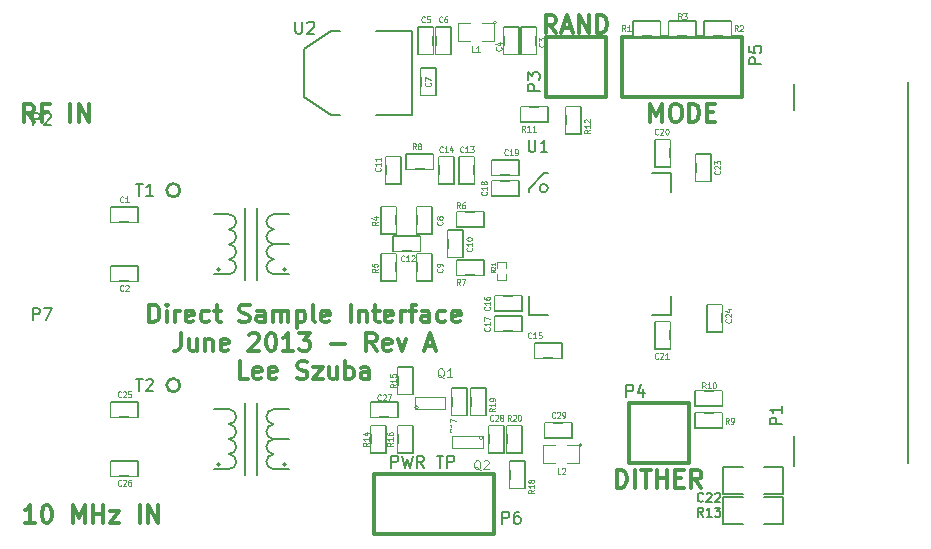
<source format=gto>
G04 (created by PCBNEW (2013-03-31 BZR 4008)-stable) date 16/06/2013 11:35:49 PM*
%MOIN*%
G04 Gerber Fmt 3.4, Leading zero omitted, Abs format*
%FSLAX34Y34*%
G01*
G70*
G90*
G04 APERTURE LIST*
%ADD10C,0.005*%
%ADD11C,0.007*%
%ADD12C,0.011811*%
%ADD13C,0.0039*%
%ADD14C,0.012*%
%ADD15C,0.00590551*%
%ADD16C,0.01*%
%ADD17C,0.0031*%
%ADD18C,0.008*%
%ADD19C,0.0028*%
%ADD20C,0.0043*%
%ADD21C,0.0045*%
%ADD22C,0.0047*%
%ADD23R,0.06X0.08*%
%ADD24R,0.035X0.055*%
%ADD25R,0.045X0.025*%
%ADD26R,0.025X0.045*%
%ADD27R,0.06X0.06*%
%ADD28C,0.06*%
%ADD29R,0.2X0.06*%
%ADD30R,0.216535X0.216535*%
%ADD31R,0.133858X0.00984252*%
%ADD32R,0.00984252X0.133858*%
%ADD33R,0.11811X0.11811*%
%ADD34C,0.0374016*%
%ADD35C,0.0787402*%
%ADD36C,0.0984252*%
%ADD37R,0.0315X0.0394*%
%ADD38R,0.08X0.144*%
%ADD39R,0.08X0.04*%
%ADD40R,0.0236X0.0157*%
%ADD41R,0.3X0.15*%
%ADD42R,0.3X0.09*%
G04 APERTURE END LIST*
G54D10*
G54D11*
X81639Y-64728D02*
X81639Y-64328D01*
X81791Y-64328D01*
X81829Y-64347D01*
X81848Y-64366D01*
X81867Y-64405D01*
X81867Y-64462D01*
X81848Y-64500D01*
X81829Y-64519D01*
X81791Y-64538D01*
X81639Y-64538D01*
X82000Y-64328D02*
X82096Y-64728D01*
X82172Y-64443D01*
X82248Y-64728D01*
X82343Y-64328D01*
X82724Y-64728D02*
X82591Y-64538D01*
X82496Y-64728D02*
X82496Y-64328D01*
X82648Y-64328D01*
X82686Y-64347D01*
X82705Y-64366D01*
X82724Y-64405D01*
X82724Y-64462D01*
X82705Y-64500D01*
X82686Y-64519D01*
X82648Y-64538D01*
X82496Y-64538D01*
X83143Y-64328D02*
X83372Y-64328D01*
X83258Y-64728D02*
X83258Y-64328D01*
X83505Y-64728D02*
X83505Y-64328D01*
X83658Y-64328D01*
X83696Y-64347D01*
X83715Y-64366D01*
X83734Y-64405D01*
X83734Y-64462D01*
X83715Y-64500D01*
X83696Y-64519D01*
X83658Y-64538D01*
X83505Y-64538D01*
G54D12*
X89159Y-65396D02*
X89159Y-64805D01*
X89299Y-64805D01*
X89384Y-64834D01*
X89440Y-64890D01*
X89468Y-64946D01*
X89496Y-65059D01*
X89496Y-65143D01*
X89468Y-65255D01*
X89440Y-65312D01*
X89384Y-65368D01*
X89299Y-65396D01*
X89159Y-65396D01*
X89749Y-65396D02*
X89749Y-64805D01*
X89946Y-64805D02*
X90284Y-64805D01*
X90115Y-65396D02*
X90115Y-64805D01*
X90480Y-65396D02*
X90480Y-64805D01*
X90480Y-65087D02*
X90818Y-65087D01*
X90818Y-65396D02*
X90818Y-64805D01*
X91099Y-65087D02*
X91296Y-65087D01*
X91380Y-65396D02*
X91099Y-65396D01*
X91099Y-64805D01*
X91380Y-64805D01*
X91971Y-65396D02*
X91774Y-65115D01*
X91633Y-65396D02*
X91633Y-64805D01*
X91858Y-64805D01*
X91915Y-64834D01*
X91943Y-64862D01*
X91971Y-64918D01*
X91971Y-65002D01*
X91943Y-65059D01*
X91915Y-65087D01*
X91858Y-65115D01*
X91633Y-65115D01*
X87120Y-50239D02*
X86923Y-49957D01*
X86782Y-50239D02*
X86782Y-49648D01*
X87007Y-49648D01*
X87064Y-49676D01*
X87092Y-49704D01*
X87120Y-49760D01*
X87120Y-49845D01*
X87092Y-49901D01*
X87064Y-49929D01*
X87007Y-49957D01*
X86782Y-49957D01*
X87345Y-50070D02*
X87626Y-50070D01*
X87289Y-50239D02*
X87485Y-49648D01*
X87682Y-50239D01*
X87879Y-50239D02*
X87879Y-49648D01*
X88217Y-50239D01*
X88217Y-49648D01*
X88498Y-50239D02*
X88498Y-49648D01*
X88638Y-49648D01*
X88723Y-49676D01*
X88779Y-49732D01*
X88807Y-49789D01*
X88835Y-49901D01*
X88835Y-49985D01*
X88807Y-50098D01*
X88779Y-50154D01*
X88723Y-50210D01*
X88638Y-50239D01*
X88498Y-50239D01*
X90269Y-53191D02*
X90269Y-52601D01*
X90466Y-53023D01*
X90663Y-52601D01*
X90663Y-53191D01*
X91057Y-52601D02*
X91169Y-52601D01*
X91226Y-52629D01*
X91282Y-52685D01*
X91310Y-52798D01*
X91310Y-52994D01*
X91282Y-53107D01*
X91226Y-53163D01*
X91169Y-53191D01*
X91057Y-53191D01*
X91001Y-53163D01*
X90944Y-53107D01*
X90916Y-52994D01*
X90916Y-52798D01*
X90944Y-52685D01*
X91001Y-52629D01*
X91057Y-52601D01*
X91563Y-53191D02*
X91563Y-52601D01*
X91704Y-52601D01*
X91788Y-52629D01*
X91844Y-52685D01*
X91872Y-52741D01*
X91901Y-52854D01*
X91901Y-52938D01*
X91872Y-53051D01*
X91844Y-53107D01*
X91788Y-53163D01*
X91704Y-53191D01*
X91563Y-53191D01*
X92154Y-52882D02*
X92350Y-52882D01*
X92435Y-53191D02*
X92154Y-53191D01*
X92154Y-52601D01*
X92435Y-52601D01*
X69727Y-53191D02*
X69530Y-52910D01*
X69389Y-53191D02*
X69389Y-52601D01*
X69614Y-52601D01*
X69670Y-52629D01*
X69699Y-52657D01*
X69727Y-52713D01*
X69727Y-52798D01*
X69699Y-52854D01*
X69670Y-52882D01*
X69614Y-52910D01*
X69389Y-52910D01*
X70177Y-52882D02*
X69980Y-52882D01*
X69980Y-53191D02*
X69980Y-52601D01*
X70261Y-52601D01*
X70936Y-53191D02*
X70936Y-52601D01*
X71217Y-53191D02*
X71217Y-52601D01*
X71555Y-53191D01*
X71555Y-52601D01*
X69755Y-66577D02*
X69417Y-66577D01*
X69586Y-66577D02*
X69586Y-65987D01*
X69530Y-66071D01*
X69474Y-66127D01*
X69417Y-66155D01*
X70120Y-65987D02*
X70177Y-65987D01*
X70233Y-66015D01*
X70261Y-66043D01*
X70289Y-66099D01*
X70317Y-66212D01*
X70317Y-66352D01*
X70289Y-66465D01*
X70261Y-66521D01*
X70233Y-66549D01*
X70177Y-66577D01*
X70120Y-66577D01*
X70064Y-66549D01*
X70036Y-66521D01*
X70008Y-66465D01*
X69980Y-66352D01*
X69980Y-66212D01*
X70008Y-66099D01*
X70036Y-66043D01*
X70064Y-66015D01*
X70120Y-65987D01*
X71020Y-66577D02*
X71020Y-65987D01*
X71217Y-66408D01*
X71414Y-65987D01*
X71414Y-66577D01*
X71695Y-66577D02*
X71695Y-65987D01*
X71695Y-66268D02*
X72033Y-66268D01*
X72033Y-66577D02*
X72033Y-65987D01*
X72258Y-66183D02*
X72567Y-66183D01*
X72258Y-66577D01*
X72567Y-66577D01*
X73242Y-66577D02*
X73242Y-65987D01*
X73523Y-66577D02*
X73523Y-65987D01*
X73861Y-66577D01*
X73861Y-65987D01*
X73565Y-59884D02*
X73565Y-59294D01*
X73706Y-59294D01*
X73790Y-59322D01*
X73847Y-59378D01*
X73875Y-59434D01*
X73903Y-59547D01*
X73903Y-59631D01*
X73875Y-59744D01*
X73847Y-59800D01*
X73790Y-59856D01*
X73706Y-59884D01*
X73565Y-59884D01*
X74156Y-59884D02*
X74156Y-59491D01*
X74156Y-59294D02*
X74128Y-59322D01*
X74156Y-59350D01*
X74184Y-59322D01*
X74156Y-59294D01*
X74156Y-59350D01*
X74437Y-59884D02*
X74437Y-59491D01*
X74437Y-59603D02*
X74465Y-59547D01*
X74493Y-59519D01*
X74550Y-59491D01*
X74606Y-59491D01*
X75028Y-59856D02*
X74971Y-59884D01*
X74859Y-59884D01*
X74803Y-59856D01*
X74775Y-59800D01*
X74775Y-59575D01*
X74803Y-59519D01*
X74859Y-59491D01*
X74971Y-59491D01*
X75028Y-59519D01*
X75056Y-59575D01*
X75056Y-59631D01*
X74775Y-59687D01*
X75562Y-59856D02*
X75506Y-59884D01*
X75393Y-59884D01*
X75337Y-59856D01*
X75309Y-59828D01*
X75281Y-59772D01*
X75281Y-59603D01*
X75309Y-59547D01*
X75337Y-59519D01*
X75393Y-59491D01*
X75506Y-59491D01*
X75562Y-59519D01*
X75731Y-59491D02*
X75956Y-59491D01*
X75815Y-59294D02*
X75815Y-59800D01*
X75843Y-59856D01*
X75899Y-59884D01*
X75956Y-59884D01*
X76574Y-59856D02*
X76659Y-59884D01*
X76799Y-59884D01*
X76856Y-59856D01*
X76884Y-59828D01*
X76912Y-59772D01*
X76912Y-59715D01*
X76884Y-59659D01*
X76856Y-59631D01*
X76799Y-59603D01*
X76687Y-59575D01*
X76631Y-59547D01*
X76602Y-59519D01*
X76574Y-59462D01*
X76574Y-59406D01*
X76602Y-59350D01*
X76631Y-59322D01*
X76687Y-59294D01*
X76827Y-59294D01*
X76912Y-59322D01*
X77418Y-59884D02*
X77418Y-59575D01*
X77390Y-59519D01*
X77334Y-59491D01*
X77221Y-59491D01*
X77165Y-59519D01*
X77418Y-59856D02*
X77362Y-59884D01*
X77221Y-59884D01*
X77165Y-59856D01*
X77137Y-59800D01*
X77137Y-59744D01*
X77165Y-59687D01*
X77221Y-59659D01*
X77362Y-59659D01*
X77418Y-59631D01*
X77699Y-59884D02*
X77699Y-59491D01*
X77699Y-59547D02*
X77727Y-59519D01*
X77784Y-59491D01*
X77868Y-59491D01*
X77924Y-59519D01*
X77952Y-59575D01*
X77952Y-59884D01*
X77952Y-59575D02*
X77980Y-59519D01*
X78037Y-59491D01*
X78121Y-59491D01*
X78177Y-59519D01*
X78205Y-59575D01*
X78205Y-59884D01*
X78487Y-59491D02*
X78487Y-60081D01*
X78487Y-59519D02*
X78543Y-59491D01*
X78655Y-59491D01*
X78712Y-59519D01*
X78740Y-59547D01*
X78768Y-59603D01*
X78768Y-59772D01*
X78740Y-59828D01*
X78712Y-59856D01*
X78655Y-59884D01*
X78543Y-59884D01*
X78487Y-59856D01*
X79105Y-59884D02*
X79049Y-59856D01*
X79021Y-59800D01*
X79021Y-59294D01*
X79555Y-59856D02*
X79499Y-59884D01*
X79386Y-59884D01*
X79330Y-59856D01*
X79302Y-59800D01*
X79302Y-59575D01*
X79330Y-59519D01*
X79386Y-59491D01*
X79499Y-59491D01*
X79555Y-59519D01*
X79583Y-59575D01*
X79583Y-59631D01*
X79302Y-59687D01*
X80286Y-59884D02*
X80286Y-59294D01*
X80568Y-59491D02*
X80568Y-59884D01*
X80568Y-59547D02*
X80596Y-59519D01*
X80652Y-59491D01*
X80736Y-59491D01*
X80793Y-59519D01*
X80821Y-59575D01*
X80821Y-59884D01*
X81017Y-59491D02*
X81242Y-59491D01*
X81102Y-59294D02*
X81102Y-59800D01*
X81130Y-59856D01*
X81186Y-59884D01*
X81242Y-59884D01*
X81664Y-59856D02*
X81608Y-59884D01*
X81496Y-59884D01*
X81439Y-59856D01*
X81411Y-59800D01*
X81411Y-59575D01*
X81439Y-59519D01*
X81496Y-59491D01*
X81608Y-59491D01*
X81664Y-59519D01*
X81692Y-59575D01*
X81692Y-59631D01*
X81411Y-59687D01*
X81946Y-59884D02*
X81946Y-59491D01*
X81946Y-59603D02*
X81974Y-59547D01*
X82002Y-59519D01*
X82058Y-59491D01*
X82114Y-59491D01*
X82227Y-59491D02*
X82452Y-59491D01*
X82311Y-59884D02*
X82311Y-59378D01*
X82339Y-59322D01*
X82395Y-59294D01*
X82452Y-59294D01*
X82902Y-59884D02*
X82902Y-59575D01*
X82874Y-59519D01*
X82817Y-59491D01*
X82705Y-59491D01*
X82649Y-59519D01*
X82902Y-59856D02*
X82845Y-59884D01*
X82705Y-59884D01*
X82649Y-59856D01*
X82620Y-59800D01*
X82620Y-59744D01*
X82649Y-59687D01*
X82705Y-59659D01*
X82845Y-59659D01*
X82902Y-59631D01*
X83436Y-59856D02*
X83380Y-59884D01*
X83267Y-59884D01*
X83211Y-59856D01*
X83183Y-59828D01*
X83155Y-59772D01*
X83155Y-59603D01*
X83183Y-59547D01*
X83211Y-59519D01*
X83267Y-59491D01*
X83380Y-59491D01*
X83436Y-59519D01*
X83914Y-59856D02*
X83858Y-59884D01*
X83745Y-59884D01*
X83689Y-59856D01*
X83661Y-59800D01*
X83661Y-59575D01*
X83689Y-59519D01*
X83745Y-59491D01*
X83858Y-59491D01*
X83914Y-59519D01*
X83942Y-59575D01*
X83942Y-59631D01*
X83661Y-59687D01*
X74620Y-60239D02*
X74620Y-60660D01*
X74592Y-60745D01*
X74535Y-60801D01*
X74451Y-60829D01*
X74395Y-60829D01*
X75154Y-60435D02*
X75154Y-60829D01*
X74901Y-60435D02*
X74901Y-60745D01*
X74929Y-60801D01*
X74985Y-60829D01*
X75070Y-60829D01*
X75126Y-60801D01*
X75154Y-60773D01*
X75435Y-60435D02*
X75435Y-60829D01*
X75435Y-60492D02*
X75464Y-60464D01*
X75520Y-60435D01*
X75604Y-60435D01*
X75660Y-60464D01*
X75688Y-60520D01*
X75688Y-60829D01*
X76195Y-60801D02*
X76138Y-60829D01*
X76026Y-60829D01*
X75970Y-60801D01*
X75942Y-60745D01*
X75942Y-60520D01*
X75970Y-60464D01*
X76026Y-60435D01*
X76138Y-60435D01*
X76195Y-60464D01*
X76223Y-60520D01*
X76223Y-60576D01*
X75942Y-60632D01*
X76898Y-60295D02*
X76926Y-60267D01*
X76982Y-60239D01*
X77123Y-60239D01*
X77179Y-60267D01*
X77207Y-60295D01*
X77235Y-60351D01*
X77235Y-60407D01*
X77207Y-60492D01*
X76870Y-60829D01*
X77235Y-60829D01*
X77601Y-60239D02*
X77657Y-60239D01*
X77713Y-60267D01*
X77741Y-60295D01*
X77769Y-60351D01*
X77798Y-60464D01*
X77798Y-60604D01*
X77769Y-60717D01*
X77741Y-60773D01*
X77713Y-60801D01*
X77657Y-60829D01*
X77601Y-60829D01*
X77544Y-60801D01*
X77516Y-60773D01*
X77488Y-60717D01*
X77460Y-60604D01*
X77460Y-60464D01*
X77488Y-60351D01*
X77516Y-60295D01*
X77544Y-60267D01*
X77601Y-60239D01*
X78360Y-60829D02*
X78023Y-60829D01*
X78191Y-60829D02*
X78191Y-60239D01*
X78135Y-60323D01*
X78079Y-60379D01*
X78023Y-60407D01*
X78557Y-60239D02*
X78922Y-60239D01*
X78726Y-60464D01*
X78810Y-60464D01*
X78866Y-60492D01*
X78894Y-60520D01*
X78922Y-60576D01*
X78922Y-60717D01*
X78894Y-60773D01*
X78866Y-60801D01*
X78810Y-60829D01*
X78641Y-60829D01*
X78585Y-60801D01*
X78557Y-60773D01*
X79625Y-60604D02*
X80075Y-60604D01*
X81144Y-60829D02*
X80947Y-60548D01*
X80807Y-60829D02*
X80807Y-60239D01*
X81032Y-60239D01*
X81088Y-60267D01*
X81116Y-60295D01*
X81144Y-60351D01*
X81144Y-60435D01*
X81116Y-60492D01*
X81088Y-60520D01*
X81032Y-60548D01*
X80807Y-60548D01*
X81622Y-60801D02*
X81566Y-60829D01*
X81453Y-60829D01*
X81397Y-60801D01*
X81369Y-60745D01*
X81369Y-60520D01*
X81397Y-60464D01*
X81453Y-60435D01*
X81566Y-60435D01*
X81622Y-60464D01*
X81650Y-60520D01*
X81650Y-60576D01*
X81369Y-60632D01*
X81847Y-60435D02*
X81988Y-60829D01*
X82128Y-60435D01*
X82775Y-60660D02*
X83056Y-60660D01*
X82719Y-60829D02*
X82916Y-60239D01*
X83113Y-60829D01*
X76870Y-61774D02*
X76588Y-61774D01*
X76588Y-61183D01*
X77291Y-61746D02*
X77235Y-61774D01*
X77123Y-61774D01*
X77066Y-61746D01*
X77038Y-61690D01*
X77038Y-61465D01*
X77066Y-61408D01*
X77123Y-61380D01*
X77235Y-61380D01*
X77291Y-61408D01*
X77320Y-61465D01*
X77320Y-61521D01*
X77038Y-61577D01*
X77798Y-61746D02*
X77741Y-61774D01*
X77629Y-61774D01*
X77573Y-61746D01*
X77544Y-61690D01*
X77544Y-61465D01*
X77573Y-61408D01*
X77629Y-61380D01*
X77741Y-61380D01*
X77798Y-61408D01*
X77826Y-61465D01*
X77826Y-61521D01*
X77544Y-61577D01*
X78501Y-61746D02*
X78585Y-61774D01*
X78726Y-61774D01*
X78782Y-61746D01*
X78810Y-61718D01*
X78838Y-61661D01*
X78838Y-61605D01*
X78810Y-61549D01*
X78782Y-61521D01*
X78726Y-61493D01*
X78613Y-61465D01*
X78557Y-61437D01*
X78529Y-61408D01*
X78501Y-61352D01*
X78501Y-61296D01*
X78529Y-61240D01*
X78557Y-61212D01*
X78613Y-61183D01*
X78754Y-61183D01*
X78838Y-61212D01*
X79035Y-61380D02*
X79344Y-61380D01*
X79035Y-61774D01*
X79344Y-61774D01*
X79822Y-61380D02*
X79822Y-61774D01*
X79569Y-61380D02*
X79569Y-61690D01*
X79597Y-61746D01*
X79654Y-61774D01*
X79738Y-61774D01*
X79794Y-61746D01*
X79822Y-61718D01*
X80104Y-61774D02*
X80104Y-61183D01*
X80104Y-61408D02*
X80160Y-61380D01*
X80272Y-61380D01*
X80329Y-61408D01*
X80357Y-61437D01*
X80385Y-61493D01*
X80385Y-61661D01*
X80357Y-61718D01*
X80329Y-61746D01*
X80272Y-61774D01*
X80160Y-61774D01*
X80104Y-61746D01*
X80891Y-61774D02*
X80891Y-61465D01*
X80863Y-61408D01*
X80807Y-61380D01*
X80694Y-61380D01*
X80638Y-61408D01*
X80891Y-61746D02*
X80835Y-61774D01*
X80694Y-61774D01*
X80638Y-61746D01*
X80610Y-61690D01*
X80610Y-61633D01*
X80638Y-61577D01*
X80694Y-61549D01*
X80835Y-61549D01*
X80891Y-61521D01*
G54D10*
X94700Y-66591D02*
X94700Y-65691D01*
X94700Y-65691D02*
X94050Y-65691D01*
X93350Y-66591D02*
X92700Y-66591D01*
X92700Y-66591D02*
X92700Y-65691D01*
X92700Y-65691D02*
X93350Y-65691D01*
X94050Y-66591D02*
X94700Y-66591D01*
X94700Y-65607D02*
X94700Y-64707D01*
X94700Y-64707D02*
X94050Y-64707D01*
X93350Y-65607D02*
X92700Y-65607D01*
X92700Y-65607D02*
X92700Y-64707D01*
X92700Y-64707D02*
X93350Y-64707D01*
X94050Y-65607D02*
X94700Y-65607D01*
G54D13*
X85148Y-49896D02*
G75*
G03X85148Y-49896I-50J0D01*
G74*
G01*
X84648Y-49896D02*
X85048Y-49896D01*
X85048Y-49896D02*
X85048Y-50496D01*
X85048Y-50496D02*
X84648Y-50496D01*
X84248Y-50496D02*
X83848Y-50496D01*
X83848Y-50496D02*
X83848Y-49896D01*
X83848Y-49896D02*
X84248Y-49896D01*
G54D10*
X86470Y-50042D02*
X86470Y-50942D01*
X86470Y-50942D02*
X85970Y-50942D01*
X85970Y-50942D02*
X85970Y-50042D01*
X85970Y-50042D02*
X86470Y-50042D01*
X72286Y-58017D02*
X73186Y-58017D01*
X73186Y-58017D02*
X73186Y-58517D01*
X73186Y-58517D02*
X72286Y-58517D01*
X72286Y-58517D02*
X72286Y-58017D01*
X72286Y-56049D02*
X73186Y-56049D01*
X73186Y-56049D02*
X73186Y-56549D01*
X73186Y-56549D02*
X72286Y-56549D01*
X72286Y-56549D02*
X72286Y-56049D01*
X87946Y-52699D02*
X87946Y-53599D01*
X87946Y-53599D02*
X87446Y-53599D01*
X87446Y-53599D02*
X87446Y-52699D01*
X87446Y-52699D02*
X87946Y-52699D01*
X91777Y-55174D02*
X91777Y-54274D01*
X91777Y-54274D02*
X92277Y-54274D01*
X92277Y-54274D02*
X92277Y-55174D01*
X92277Y-55174D02*
X91777Y-55174D01*
X92671Y-59294D02*
X92671Y-60194D01*
X92671Y-60194D02*
X92171Y-60194D01*
X92171Y-60194D02*
X92171Y-59294D01*
X92171Y-59294D02*
X92671Y-59294D01*
X90438Y-54701D02*
X90438Y-53801D01*
X90438Y-53801D02*
X90938Y-53801D01*
X90938Y-53801D02*
X90938Y-54701D01*
X90938Y-54701D02*
X90438Y-54701D01*
X90938Y-59864D02*
X90938Y-60764D01*
X90938Y-60764D02*
X90438Y-60764D01*
X90438Y-60764D02*
X90438Y-59864D01*
X90438Y-59864D02*
X90938Y-59864D01*
X85879Y-50042D02*
X85879Y-50942D01*
X85879Y-50942D02*
X85379Y-50942D01*
X85379Y-50942D02*
X85379Y-50042D01*
X85379Y-50042D02*
X85879Y-50042D01*
X81942Y-54372D02*
X81942Y-55272D01*
X81942Y-55272D02*
X81442Y-55272D01*
X81442Y-55272D02*
X81442Y-54372D01*
X81442Y-54372D02*
X81942Y-54372D01*
X86847Y-53202D02*
X85947Y-53202D01*
X85947Y-53202D02*
X85947Y-52702D01*
X85947Y-52702D02*
X86847Y-52702D01*
X86847Y-52702D02*
X86847Y-53202D01*
X91774Y-62171D02*
X92674Y-62171D01*
X92674Y-62171D02*
X92674Y-62671D01*
X92674Y-62671D02*
X91774Y-62671D01*
X91774Y-62671D02*
X91774Y-62171D01*
X91774Y-62899D02*
X92674Y-62899D01*
X92674Y-62899D02*
X92674Y-63399D01*
X92674Y-63399D02*
X91774Y-63399D01*
X91774Y-63399D02*
X91774Y-62899D01*
X91788Y-50348D02*
X90888Y-50348D01*
X90888Y-50348D02*
X90888Y-49848D01*
X90888Y-49848D02*
X91788Y-49848D01*
X91788Y-49848D02*
X91788Y-50348D01*
X90607Y-50348D02*
X89707Y-50348D01*
X89707Y-50348D02*
X89707Y-49848D01*
X89707Y-49848D02*
X90607Y-49848D01*
X90607Y-49848D02*
X90607Y-50348D01*
X92969Y-50348D02*
X92069Y-50348D01*
X92069Y-50348D02*
X92069Y-49848D01*
X92069Y-49848D02*
X92969Y-49848D01*
X92969Y-49848D02*
X92969Y-50348D01*
X83124Y-51420D02*
X83124Y-52320D01*
X83124Y-52320D02*
X82624Y-52320D01*
X82624Y-52320D02*
X82624Y-51420D01*
X82624Y-51420D02*
X83124Y-51420D01*
X83616Y-50042D02*
X83616Y-50942D01*
X83616Y-50942D02*
X83116Y-50942D01*
X83116Y-50942D02*
X83116Y-50042D01*
X83116Y-50042D02*
X83616Y-50042D01*
X84721Y-58320D02*
X83821Y-58320D01*
X83821Y-58320D02*
X83821Y-57820D01*
X83821Y-57820D02*
X84721Y-57820D01*
X84721Y-57820D02*
X84721Y-58320D01*
X84983Y-54474D02*
X85883Y-54474D01*
X85883Y-54474D02*
X85883Y-54974D01*
X85883Y-54974D02*
X84983Y-54974D01*
X84983Y-54974D02*
X84983Y-54474D01*
X84983Y-55163D02*
X85883Y-55163D01*
X85883Y-55163D02*
X85883Y-55663D01*
X85883Y-55663D02*
X84983Y-55663D01*
X84983Y-55663D02*
X84983Y-55163D01*
X85981Y-60190D02*
X85081Y-60190D01*
X85081Y-60190D02*
X85081Y-59690D01*
X85081Y-59690D02*
X85981Y-59690D01*
X85981Y-59690D02*
X85981Y-60190D01*
X85981Y-59501D02*
X85081Y-59501D01*
X85081Y-59501D02*
X85081Y-59001D01*
X85081Y-59001D02*
X85981Y-59001D01*
X85981Y-59001D02*
X85981Y-59501D01*
X86420Y-60576D02*
X87320Y-60576D01*
X87320Y-60576D02*
X87320Y-61076D01*
X87320Y-61076D02*
X86420Y-61076D01*
X86420Y-61076D02*
X86420Y-60576D01*
X83025Y-50042D02*
X83025Y-50942D01*
X83025Y-50942D02*
X82525Y-50942D01*
X82525Y-50942D02*
X82525Y-50042D01*
X82525Y-50042D02*
X83025Y-50042D01*
X82986Y-56026D02*
X82986Y-56926D01*
X82986Y-56926D02*
X82486Y-56926D01*
X82486Y-56926D02*
X82486Y-56026D01*
X82486Y-56026D02*
X82986Y-56026D01*
X82986Y-57601D02*
X82986Y-58501D01*
X82986Y-58501D02*
X82486Y-58501D01*
X82486Y-58501D02*
X82486Y-57601D01*
X82486Y-57601D02*
X82986Y-57601D01*
X84721Y-56706D02*
X83821Y-56706D01*
X83821Y-56706D02*
X83821Y-56206D01*
X83821Y-56206D02*
X84721Y-56206D01*
X84721Y-56206D02*
X84721Y-56706D01*
X83714Y-54372D02*
X83714Y-55272D01*
X83714Y-55272D02*
X83214Y-55272D01*
X83214Y-55272D02*
X83214Y-54372D01*
X83214Y-54372D02*
X83714Y-54372D01*
X83028Y-54777D02*
X82128Y-54777D01*
X82128Y-54777D02*
X82128Y-54277D01*
X82128Y-54277D02*
X83028Y-54277D01*
X83028Y-54277D02*
X83028Y-54777D01*
X81805Y-56026D02*
X81805Y-56926D01*
X81805Y-56926D02*
X81305Y-56926D01*
X81305Y-56926D02*
X81305Y-56026D01*
X81305Y-56026D02*
X81805Y-56026D01*
X81805Y-57601D02*
X81805Y-58501D01*
X81805Y-58501D02*
X81305Y-58501D01*
X81305Y-58501D02*
X81305Y-57601D01*
X81305Y-57601D02*
X81805Y-57601D01*
X84009Y-56813D02*
X84009Y-57713D01*
X84009Y-57713D02*
X83509Y-57713D01*
X83509Y-57713D02*
X83509Y-56813D01*
X83509Y-56813D02*
X84009Y-56813D01*
X81695Y-57013D02*
X82595Y-57013D01*
X82595Y-57013D02*
X82595Y-57513D01*
X82595Y-57513D02*
X81695Y-57513D01*
X81695Y-57513D02*
X81695Y-57013D01*
X84403Y-54372D02*
X84403Y-55272D01*
X84403Y-55272D02*
X83903Y-55272D01*
X83903Y-55272D02*
X83903Y-54372D01*
X83903Y-54372D02*
X84403Y-54372D01*
G54D14*
X86795Y-50377D02*
X88795Y-50377D01*
X88795Y-50377D02*
X88795Y-52377D01*
X88795Y-52377D02*
X86795Y-52377D01*
X86795Y-52377D02*
X86795Y-50377D01*
G54D15*
X78118Y-58133D02*
G75*
G03X78118Y-58133I-50J0D01*
G74*
G01*
X75918Y-58133D02*
G75*
G03X75918Y-58133I-50J0D01*
G74*
G01*
X77168Y-58483D02*
X77168Y-58283D01*
X76768Y-58483D02*
X76768Y-58283D01*
X77168Y-56083D02*
X77168Y-56283D01*
X76768Y-56283D02*
X76768Y-56083D01*
X77168Y-56283D02*
X77168Y-58283D01*
X76768Y-56283D02*
X76768Y-58283D01*
X77468Y-58033D02*
G75*
G03X77718Y-58283I250J0D01*
G74*
G01*
X77718Y-57783D02*
G75*
G03X77468Y-58033I0J-250D01*
G74*
G01*
X77468Y-57533D02*
G75*
G03X77718Y-57783I250J0D01*
G74*
G01*
X77718Y-57283D02*
G75*
G03X77468Y-57533I0J-250D01*
G74*
G01*
X77468Y-57033D02*
G75*
G03X77718Y-57283I250J0D01*
G74*
G01*
X77718Y-56783D02*
G75*
G03X77468Y-57033I0J-250D01*
G74*
G01*
X77468Y-56533D02*
G75*
G03X77718Y-56783I250J0D01*
G74*
G01*
X77718Y-56283D02*
G75*
G03X77468Y-56533I0J-250D01*
G74*
G01*
X76218Y-58283D02*
G75*
G03X76468Y-58033I0J250D01*
G74*
G01*
X76468Y-58033D02*
G75*
G03X76218Y-57783I-250J0D01*
G74*
G01*
X76218Y-57783D02*
G75*
G03X76468Y-57533I0J250D01*
G74*
G01*
X76468Y-57533D02*
G75*
G03X76218Y-57283I-250J0D01*
G74*
G01*
X76218Y-57283D02*
G75*
G03X76468Y-57033I0J250D01*
G74*
G01*
X76468Y-57033D02*
G75*
G03X76218Y-56783I-250J0D01*
G74*
G01*
X76218Y-56783D02*
G75*
G03X76468Y-56533I0J250D01*
G74*
G01*
X76468Y-56533D02*
G75*
G03X76218Y-56283I-250J0D01*
G74*
G01*
X75718Y-56283D02*
X76218Y-56283D01*
X75718Y-58283D02*
X76218Y-58283D01*
X78218Y-58283D02*
X77718Y-58283D01*
X78218Y-57283D02*
X77718Y-57283D01*
X78218Y-56283D02*
X77718Y-56283D01*
G54D16*
X74592Y-55483D02*
G75*
G03X74592Y-55483I-223J0D01*
G74*
G01*
G54D15*
X78118Y-64629D02*
G75*
G03X78118Y-64629I-50J0D01*
G74*
G01*
X75918Y-64629D02*
G75*
G03X75918Y-64629I-50J0D01*
G74*
G01*
X77168Y-64979D02*
X77168Y-64779D01*
X76768Y-64979D02*
X76768Y-64779D01*
X77168Y-62579D02*
X77168Y-62779D01*
X76768Y-62779D02*
X76768Y-62579D01*
X77168Y-62779D02*
X77168Y-64779D01*
X76768Y-62779D02*
X76768Y-64779D01*
X77468Y-64529D02*
G75*
G03X77718Y-64779I250J0D01*
G74*
G01*
X77718Y-64279D02*
G75*
G03X77468Y-64529I0J-250D01*
G74*
G01*
X77468Y-64029D02*
G75*
G03X77718Y-64279I250J0D01*
G74*
G01*
X77718Y-63779D02*
G75*
G03X77468Y-64029I0J-250D01*
G74*
G01*
X77468Y-63529D02*
G75*
G03X77718Y-63779I250J0D01*
G74*
G01*
X77718Y-63279D02*
G75*
G03X77468Y-63529I0J-250D01*
G74*
G01*
X77468Y-63029D02*
G75*
G03X77718Y-63279I250J0D01*
G74*
G01*
X77718Y-62779D02*
G75*
G03X77468Y-63029I0J-250D01*
G74*
G01*
X76218Y-64779D02*
G75*
G03X76468Y-64529I0J250D01*
G74*
G01*
X76468Y-64529D02*
G75*
G03X76218Y-64279I-250J0D01*
G74*
G01*
X76218Y-64279D02*
G75*
G03X76468Y-64029I0J250D01*
G74*
G01*
X76468Y-64029D02*
G75*
G03X76218Y-63779I-250J0D01*
G74*
G01*
X76218Y-63779D02*
G75*
G03X76468Y-63529I0J250D01*
G74*
G01*
X76468Y-63529D02*
G75*
G03X76218Y-63279I-250J0D01*
G74*
G01*
X76218Y-63279D02*
G75*
G03X76468Y-63029I0J250D01*
G74*
G01*
X76468Y-63029D02*
G75*
G03X76218Y-62779I-250J0D01*
G74*
G01*
X75718Y-62779D02*
X76218Y-62779D01*
X75718Y-64779D02*
X76218Y-64779D01*
X78218Y-64779D02*
X77718Y-64779D01*
X78218Y-63779D02*
X77718Y-63779D01*
X78218Y-62779D02*
X77718Y-62779D01*
G54D16*
X74592Y-61979D02*
G75*
G03X74592Y-61979I-223J0D01*
G74*
G01*
G54D13*
X88003Y-63971D02*
G75*
G03X88003Y-63971I-50J0D01*
G74*
G01*
X87503Y-63971D02*
X87903Y-63971D01*
X87903Y-63971D02*
X87903Y-64571D01*
X87903Y-64571D02*
X87503Y-64571D01*
X87103Y-64571D02*
X86703Y-64571D01*
X86703Y-64571D02*
X86703Y-63971D01*
X86703Y-63971D02*
X87103Y-63971D01*
G54D10*
X80947Y-62545D02*
X81847Y-62545D01*
X81847Y-62545D02*
X81847Y-63045D01*
X81847Y-63045D02*
X80947Y-63045D01*
X80947Y-63045D02*
X80947Y-62545D01*
X86754Y-63234D02*
X87654Y-63234D01*
X87654Y-63234D02*
X87654Y-63734D01*
X87654Y-63734D02*
X86754Y-63734D01*
X86754Y-63734D02*
X86754Y-63234D01*
X84147Y-62089D02*
X84147Y-62989D01*
X84147Y-62989D02*
X83647Y-62989D01*
X83647Y-62989D02*
X83647Y-62089D01*
X83647Y-62089D02*
X84147Y-62089D01*
X86076Y-64510D02*
X86076Y-65410D01*
X86076Y-65410D02*
X85576Y-65410D01*
X85576Y-65410D02*
X85576Y-64510D01*
X85576Y-64510D02*
X86076Y-64510D01*
X85387Y-63329D02*
X85387Y-64229D01*
X85387Y-64229D02*
X84887Y-64229D01*
X84887Y-64229D02*
X84887Y-63329D01*
X84887Y-63329D02*
X85387Y-63329D01*
X85978Y-63329D02*
X85978Y-64229D01*
X85978Y-64229D02*
X85478Y-64229D01*
X85478Y-64229D02*
X85478Y-63329D01*
X85478Y-63329D02*
X85978Y-63329D01*
X84777Y-62089D02*
X84777Y-62989D01*
X84777Y-62989D02*
X84277Y-62989D01*
X84277Y-62989D02*
X84277Y-62089D01*
X84277Y-62089D02*
X84777Y-62089D01*
X82356Y-63329D02*
X82356Y-64229D01*
X82356Y-64229D02*
X81856Y-64229D01*
X81856Y-64229D02*
X81856Y-63329D01*
X81856Y-63329D02*
X82356Y-63329D01*
X82356Y-61380D02*
X82356Y-62280D01*
X82356Y-62280D02*
X81856Y-62280D01*
X81856Y-62280D02*
X81856Y-61380D01*
X81856Y-61380D02*
X82356Y-61380D01*
X72286Y-64513D02*
X73186Y-64513D01*
X73186Y-64513D02*
X73186Y-65013D01*
X73186Y-65013D02*
X72286Y-65013D01*
X72286Y-65013D02*
X72286Y-64513D01*
X72286Y-62545D02*
X73186Y-62545D01*
X73186Y-62545D02*
X73186Y-63045D01*
X73186Y-63045D02*
X72286Y-63045D01*
X72286Y-63045D02*
X72286Y-62545D01*
X81450Y-63329D02*
X81450Y-64229D01*
X81450Y-64229D02*
X80950Y-64229D01*
X80950Y-64229D02*
X80950Y-63329D01*
X80950Y-63329D02*
X81450Y-63329D01*
G54D14*
X81070Y-64944D02*
X85070Y-64944D01*
X85070Y-64944D02*
X85070Y-66944D01*
X85070Y-66944D02*
X81070Y-66944D01*
X81070Y-66944D02*
X81070Y-64944D01*
X89338Y-50377D02*
X93338Y-50377D01*
X93338Y-50377D02*
X93338Y-52377D01*
X93338Y-52377D02*
X89338Y-52377D01*
X89338Y-52377D02*
X89338Y-50377D01*
X91551Y-62582D02*
X91551Y-64582D01*
X91551Y-64582D02*
X89551Y-64582D01*
X89551Y-64582D02*
X89551Y-62582D01*
X89551Y-62582D02*
X91551Y-62582D01*
G54D15*
X86220Y-55433D02*
X86732Y-54921D01*
X86850Y-54921D02*
X86732Y-54921D01*
X86220Y-55551D02*
X86220Y-55433D01*
X90944Y-54921D02*
X90314Y-54921D01*
X90944Y-54921D02*
X90944Y-55551D01*
X90944Y-59645D02*
X90944Y-59015D01*
X90944Y-59645D02*
X90314Y-59645D01*
X86220Y-59645D02*
X86850Y-59645D01*
X86220Y-59645D02*
X86220Y-59015D01*
X86851Y-55413D02*
G75*
G03X86851Y-55413I-139J0D01*
G74*
G01*
X95059Y-51929D02*
X95059Y-52795D01*
X95059Y-64685D02*
X95059Y-63661D01*
X98858Y-64576D02*
X98858Y-51879D01*
G54D17*
X82532Y-62716D02*
G75*
G03X82532Y-62716I-62J0D01*
G74*
G01*
X83433Y-62378D02*
X83433Y-62778D01*
X82408Y-62378D02*
X82408Y-62778D01*
X83433Y-62778D02*
X82408Y-62778D01*
X82408Y-62378D02*
X83433Y-62378D01*
X84679Y-63739D02*
G75*
G03X84679Y-63739I-62J0D01*
G74*
G01*
X83653Y-64077D02*
X83653Y-63677D01*
X84678Y-64077D02*
X84678Y-63677D01*
X83653Y-63677D02*
X84678Y-63677D01*
X84678Y-64077D02*
X83653Y-64077D01*
G54D18*
X81111Y-52974D02*
X82311Y-52974D01*
X82311Y-52974D02*
X82311Y-50174D01*
X82311Y-50174D02*
X81111Y-50174D01*
X79911Y-52974D02*
X79611Y-52974D01*
X79611Y-52974D02*
X78711Y-52374D01*
X78711Y-52374D02*
X78711Y-50774D01*
X78711Y-50774D02*
X79611Y-50174D01*
X79611Y-50174D02*
X79911Y-50174D01*
G54D19*
X85164Y-58269D02*
X85164Y-58469D01*
X85164Y-58469D02*
X85464Y-58469D01*
X85464Y-58469D02*
X85464Y-58269D01*
X85164Y-58069D02*
X85164Y-57869D01*
X85164Y-57869D02*
X85464Y-57869D01*
X85464Y-57869D02*
X85464Y-58069D01*
G54D10*
X92031Y-66361D02*
X91931Y-66218D01*
X91860Y-66361D02*
X91860Y-66061D01*
X91974Y-66061D01*
X92002Y-66075D01*
X92017Y-66090D01*
X92031Y-66118D01*
X92031Y-66161D01*
X92017Y-66190D01*
X92002Y-66204D01*
X91974Y-66218D01*
X91860Y-66218D01*
X92317Y-66361D02*
X92145Y-66361D01*
X92231Y-66361D02*
X92231Y-66061D01*
X92202Y-66104D01*
X92174Y-66133D01*
X92145Y-66147D01*
X92417Y-66061D02*
X92602Y-66061D01*
X92502Y-66175D01*
X92545Y-66175D01*
X92574Y-66190D01*
X92588Y-66204D01*
X92602Y-66233D01*
X92602Y-66304D01*
X92588Y-66333D01*
X92574Y-66347D01*
X92545Y-66361D01*
X92460Y-66361D01*
X92431Y-66347D01*
X92417Y-66333D01*
X92031Y-65840D02*
X92017Y-65855D01*
X91974Y-65869D01*
X91945Y-65869D01*
X91902Y-65855D01*
X91874Y-65826D01*
X91860Y-65798D01*
X91845Y-65740D01*
X91845Y-65698D01*
X91860Y-65640D01*
X91874Y-65612D01*
X91902Y-65583D01*
X91945Y-65569D01*
X91974Y-65569D01*
X92017Y-65583D01*
X92031Y-65598D01*
X92145Y-65598D02*
X92160Y-65583D01*
X92188Y-65569D01*
X92260Y-65569D01*
X92288Y-65583D01*
X92302Y-65598D01*
X92317Y-65626D01*
X92317Y-65655D01*
X92302Y-65698D01*
X92131Y-65869D01*
X92317Y-65869D01*
X92431Y-65598D02*
X92445Y-65583D01*
X92474Y-65569D01*
X92545Y-65569D01*
X92574Y-65583D01*
X92588Y-65598D01*
X92602Y-65626D01*
X92602Y-65655D01*
X92588Y-65698D01*
X92417Y-65869D01*
X92602Y-65869D01*
G54D20*
X84415Y-50867D02*
X84322Y-50867D01*
X84322Y-50670D01*
X84584Y-50867D02*
X84472Y-50867D01*
X84528Y-50867D02*
X84528Y-50670D01*
X84509Y-50698D01*
X84491Y-50717D01*
X84472Y-50726D01*
G54D21*
X86735Y-50581D02*
X86744Y-50589D01*
X86754Y-50615D01*
X86754Y-50632D01*
X86744Y-50658D01*
X86725Y-50675D01*
X86706Y-50684D01*
X86668Y-50692D01*
X86639Y-50692D01*
X86601Y-50684D01*
X86582Y-50675D01*
X86563Y-50658D01*
X86554Y-50632D01*
X86554Y-50615D01*
X86563Y-50589D01*
X86573Y-50581D01*
X86554Y-50521D02*
X86554Y-50409D01*
X86630Y-50469D01*
X86630Y-50444D01*
X86639Y-50426D01*
X86649Y-50418D01*
X86668Y-50409D01*
X86716Y-50409D01*
X86735Y-50418D01*
X86744Y-50426D01*
X86754Y-50444D01*
X86754Y-50495D01*
X86744Y-50512D01*
X86735Y-50521D01*
X72706Y-58821D02*
X72697Y-58831D01*
X72671Y-58840D01*
X72654Y-58840D01*
X72629Y-58831D01*
X72611Y-58812D01*
X72603Y-58793D01*
X72594Y-58755D01*
X72594Y-58726D01*
X72603Y-58688D01*
X72611Y-58669D01*
X72629Y-58650D01*
X72654Y-58640D01*
X72671Y-58640D01*
X72697Y-58650D01*
X72706Y-58659D01*
X72774Y-58659D02*
X72783Y-58650D01*
X72800Y-58640D01*
X72843Y-58640D01*
X72860Y-58650D01*
X72869Y-58659D01*
X72877Y-58678D01*
X72877Y-58697D01*
X72869Y-58726D01*
X72766Y-58840D01*
X72877Y-58840D01*
X72706Y-55868D02*
X72697Y-55878D01*
X72671Y-55888D01*
X72654Y-55888D01*
X72629Y-55878D01*
X72611Y-55859D01*
X72603Y-55840D01*
X72594Y-55802D01*
X72594Y-55773D01*
X72603Y-55735D01*
X72611Y-55716D01*
X72629Y-55697D01*
X72654Y-55688D01*
X72671Y-55688D01*
X72697Y-55697D01*
X72706Y-55707D01*
X72877Y-55888D02*
X72774Y-55888D01*
X72826Y-55888D02*
X72826Y-55688D01*
X72809Y-55716D01*
X72791Y-55735D01*
X72774Y-55745D01*
X88269Y-53462D02*
X88174Y-53522D01*
X88269Y-53565D02*
X88069Y-53565D01*
X88069Y-53496D01*
X88079Y-53479D01*
X88088Y-53470D01*
X88108Y-53462D01*
X88136Y-53462D01*
X88155Y-53470D01*
X88165Y-53479D01*
X88174Y-53496D01*
X88174Y-53565D01*
X88269Y-53290D02*
X88269Y-53393D01*
X88269Y-53342D02*
X88069Y-53342D01*
X88098Y-53359D01*
X88117Y-53376D01*
X88127Y-53393D01*
X88088Y-53222D02*
X88079Y-53213D01*
X88069Y-53196D01*
X88069Y-53153D01*
X88079Y-53136D01*
X88088Y-53127D01*
X88108Y-53119D01*
X88127Y-53119D01*
X88155Y-53127D01*
X88269Y-53230D01*
X88269Y-53119D01*
X92581Y-54840D02*
X92591Y-54848D01*
X92600Y-54874D01*
X92600Y-54891D01*
X92591Y-54917D01*
X92572Y-54934D01*
X92553Y-54942D01*
X92514Y-54951D01*
X92486Y-54951D01*
X92448Y-54942D01*
X92429Y-54934D01*
X92410Y-54917D01*
X92400Y-54891D01*
X92400Y-54874D01*
X92410Y-54848D01*
X92419Y-54840D01*
X92419Y-54771D02*
X92410Y-54762D01*
X92400Y-54745D01*
X92400Y-54702D01*
X92410Y-54685D01*
X92419Y-54677D01*
X92438Y-54668D01*
X92457Y-54668D01*
X92486Y-54677D01*
X92600Y-54780D01*
X92600Y-54668D01*
X92400Y-54608D02*
X92400Y-54497D01*
X92476Y-54557D01*
X92476Y-54531D01*
X92486Y-54514D01*
X92495Y-54505D01*
X92514Y-54497D01*
X92562Y-54497D01*
X92581Y-54505D01*
X92591Y-54514D01*
X92600Y-54531D01*
X92600Y-54582D01*
X92591Y-54600D01*
X92581Y-54608D01*
X92955Y-59781D02*
X92965Y-59789D01*
X92974Y-59815D01*
X92974Y-59832D01*
X92965Y-59858D01*
X92946Y-59875D01*
X92927Y-59883D01*
X92888Y-59892D01*
X92860Y-59892D01*
X92822Y-59883D01*
X92803Y-59875D01*
X92784Y-59858D01*
X92774Y-59832D01*
X92774Y-59815D01*
X92784Y-59789D01*
X92793Y-59781D01*
X92793Y-59712D02*
X92784Y-59703D01*
X92774Y-59686D01*
X92774Y-59643D01*
X92784Y-59626D01*
X92793Y-59618D01*
X92812Y-59609D01*
X92831Y-59609D01*
X92860Y-59618D01*
X92974Y-59721D01*
X92974Y-59609D01*
X92841Y-59455D02*
X92974Y-59455D01*
X92765Y-59498D02*
X92907Y-59541D01*
X92907Y-59429D01*
X90533Y-53605D02*
X90525Y-53614D01*
X90499Y-53624D01*
X90482Y-53624D01*
X90456Y-53614D01*
X90439Y-53595D01*
X90431Y-53576D01*
X90422Y-53538D01*
X90422Y-53509D01*
X90431Y-53471D01*
X90439Y-53452D01*
X90456Y-53433D01*
X90482Y-53424D01*
X90499Y-53424D01*
X90525Y-53433D01*
X90533Y-53443D01*
X90602Y-53443D02*
X90611Y-53433D01*
X90628Y-53424D01*
X90671Y-53424D01*
X90688Y-53433D01*
X90696Y-53443D01*
X90705Y-53462D01*
X90705Y-53481D01*
X90696Y-53509D01*
X90593Y-53624D01*
X90705Y-53624D01*
X90816Y-53424D02*
X90833Y-53424D01*
X90851Y-53433D01*
X90859Y-53443D01*
X90868Y-53462D01*
X90876Y-53500D01*
X90876Y-53548D01*
X90868Y-53586D01*
X90859Y-53605D01*
X90851Y-53614D01*
X90833Y-53624D01*
X90816Y-53624D01*
X90799Y-53614D01*
X90791Y-53605D01*
X90782Y-53586D01*
X90773Y-53548D01*
X90773Y-53500D01*
X90782Y-53462D01*
X90791Y-53443D01*
X90799Y-53433D01*
X90816Y-53424D01*
X90533Y-61085D02*
X90525Y-61095D01*
X90499Y-61104D01*
X90482Y-61104D01*
X90456Y-61095D01*
X90439Y-61076D01*
X90431Y-61056D01*
X90422Y-61018D01*
X90422Y-60990D01*
X90431Y-60952D01*
X90439Y-60933D01*
X90456Y-60914D01*
X90482Y-60904D01*
X90499Y-60904D01*
X90525Y-60914D01*
X90533Y-60923D01*
X90602Y-60923D02*
X90611Y-60914D01*
X90628Y-60904D01*
X90671Y-60904D01*
X90688Y-60914D01*
X90696Y-60923D01*
X90705Y-60942D01*
X90705Y-60961D01*
X90696Y-60990D01*
X90593Y-61104D01*
X90705Y-61104D01*
X90876Y-61104D02*
X90773Y-61104D01*
X90825Y-61104D02*
X90825Y-60904D01*
X90808Y-60933D01*
X90791Y-60952D01*
X90773Y-60961D01*
X85298Y-50718D02*
X85307Y-50727D01*
X85317Y-50753D01*
X85317Y-50770D01*
X85307Y-50796D01*
X85288Y-50813D01*
X85269Y-50821D01*
X85231Y-50830D01*
X85202Y-50830D01*
X85164Y-50821D01*
X85145Y-50813D01*
X85126Y-50796D01*
X85117Y-50770D01*
X85117Y-50753D01*
X85126Y-50727D01*
X85136Y-50718D01*
X85183Y-50564D02*
X85317Y-50564D01*
X85107Y-50607D02*
X85250Y-50650D01*
X85250Y-50538D01*
X81262Y-54741D02*
X81272Y-54750D01*
X81281Y-54775D01*
X81281Y-54793D01*
X81272Y-54818D01*
X81253Y-54835D01*
X81234Y-54844D01*
X81196Y-54853D01*
X81167Y-54853D01*
X81129Y-54844D01*
X81110Y-54835D01*
X81091Y-54818D01*
X81081Y-54793D01*
X81081Y-54775D01*
X81091Y-54750D01*
X81100Y-54741D01*
X81281Y-54570D02*
X81281Y-54673D01*
X81281Y-54621D02*
X81081Y-54621D01*
X81110Y-54638D01*
X81129Y-54655D01*
X81138Y-54673D01*
X81281Y-54398D02*
X81281Y-54501D01*
X81281Y-54450D02*
X81081Y-54450D01*
X81110Y-54467D01*
X81129Y-54484D01*
X81138Y-54501D01*
X86104Y-53525D02*
X86044Y-53430D01*
X86001Y-53525D02*
X86001Y-53325D01*
X86070Y-53325D01*
X86087Y-53335D01*
X86096Y-53344D01*
X86104Y-53363D01*
X86104Y-53392D01*
X86096Y-53411D01*
X86087Y-53421D01*
X86070Y-53430D01*
X86001Y-53430D01*
X86276Y-53525D02*
X86173Y-53525D01*
X86224Y-53525D02*
X86224Y-53325D01*
X86207Y-53354D01*
X86190Y-53373D01*
X86173Y-53382D01*
X86447Y-53525D02*
X86344Y-53525D01*
X86396Y-53525D02*
X86396Y-53325D01*
X86379Y-53354D01*
X86361Y-53373D01*
X86344Y-53382D01*
X92108Y-62088D02*
X92048Y-61993D01*
X92005Y-62088D02*
X92005Y-61888D01*
X92074Y-61888D01*
X92091Y-61898D01*
X92100Y-61907D01*
X92108Y-61926D01*
X92108Y-61955D01*
X92100Y-61974D01*
X92091Y-61984D01*
X92074Y-61993D01*
X92005Y-61993D01*
X92280Y-62088D02*
X92177Y-62088D01*
X92228Y-62088D02*
X92228Y-61888D01*
X92211Y-61917D01*
X92194Y-61936D01*
X92177Y-61945D01*
X92391Y-61888D02*
X92408Y-61888D01*
X92425Y-61898D01*
X92434Y-61907D01*
X92442Y-61926D01*
X92451Y-61965D01*
X92451Y-62012D01*
X92442Y-62050D01*
X92434Y-62069D01*
X92425Y-62079D01*
X92408Y-62088D01*
X92391Y-62088D01*
X92374Y-62079D01*
X92365Y-62069D01*
X92357Y-62050D01*
X92348Y-62012D01*
X92348Y-61965D01*
X92357Y-61926D01*
X92365Y-61907D01*
X92374Y-61898D01*
X92391Y-61888D01*
X92883Y-63269D02*
X92823Y-63174D01*
X92780Y-63269D02*
X92780Y-63069D01*
X92849Y-63069D01*
X92866Y-63079D01*
X92874Y-63088D01*
X92883Y-63108D01*
X92883Y-63136D01*
X92874Y-63155D01*
X92866Y-63165D01*
X92849Y-63174D01*
X92780Y-63174D01*
X92969Y-63269D02*
X93003Y-63269D01*
X93020Y-63260D01*
X93029Y-63250D01*
X93046Y-63222D01*
X93054Y-63184D01*
X93054Y-63108D01*
X93046Y-63088D01*
X93037Y-63079D01*
X93020Y-63069D01*
X92986Y-63069D01*
X92969Y-63079D01*
X92960Y-63088D01*
X92951Y-63108D01*
X92951Y-63155D01*
X92960Y-63174D01*
X92969Y-63184D01*
X92986Y-63193D01*
X93020Y-63193D01*
X93037Y-63184D01*
X93046Y-63174D01*
X93054Y-63155D01*
X91308Y-49785D02*
X91248Y-49690D01*
X91205Y-49785D02*
X91205Y-49585D01*
X91274Y-49585D01*
X91291Y-49595D01*
X91300Y-49604D01*
X91308Y-49623D01*
X91308Y-49652D01*
X91300Y-49671D01*
X91291Y-49680D01*
X91274Y-49690D01*
X91205Y-49690D01*
X91368Y-49585D02*
X91480Y-49585D01*
X91420Y-49661D01*
X91445Y-49661D01*
X91462Y-49671D01*
X91471Y-49680D01*
X91480Y-49699D01*
X91480Y-49747D01*
X91471Y-49766D01*
X91462Y-49776D01*
X91445Y-49785D01*
X91394Y-49785D01*
X91377Y-49776D01*
X91368Y-49766D01*
X89438Y-50179D02*
X89378Y-50084D01*
X89335Y-50179D02*
X89335Y-49979D01*
X89404Y-49979D01*
X89421Y-49988D01*
X89429Y-49998D01*
X89438Y-50017D01*
X89438Y-50046D01*
X89429Y-50065D01*
X89421Y-50074D01*
X89404Y-50084D01*
X89335Y-50084D01*
X89609Y-50179D02*
X89507Y-50179D01*
X89558Y-50179D02*
X89558Y-49979D01*
X89541Y-50007D01*
X89524Y-50026D01*
X89507Y-50036D01*
X93178Y-50179D02*
X93118Y-50084D01*
X93075Y-50179D02*
X93075Y-49979D01*
X93144Y-49979D01*
X93161Y-49988D01*
X93170Y-49998D01*
X93178Y-50017D01*
X93178Y-50046D01*
X93170Y-50065D01*
X93161Y-50074D01*
X93144Y-50084D01*
X93075Y-50084D01*
X93247Y-49998D02*
X93255Y-49988D01*
X93272Y-49979D01*
X93315Y-49979D01*
X93332Y-49988D01*
X93341Y-49998D01*
X93350Y-50017D01*
X93350Y-50036D01*
X93341Y-50065D01*
X93238Y-50179D01*
X93350Y-50179D01*
X82935Y-51900D02*
X82945Y-51908D01*
X82954Y-51934D01*
X82954Y-51951D01*
X82945Y-51977D01*
X82926Y-51994D01*
X82907Y-52002D01*
X82869Y-52011D01*
X82840Y-52011D01*
X82802Y-52002D01*
X82783Y-51994D01*
X82764Y-51977D01*
X82754Y-51951D01*
X82754Y-51934D01*
X82764Y-51908D01*
X82774Y-51900D01*
X82754Y-51840D02*
X82754Y-51720D01*
X82954Y-51797D01*
X83336Y-49865D02*
X83327Y-49874D01*
X83301Y-49884D01*
X83284Y-49884D01*
X83258Y-49874D01*
X83241Y-49855D01*
X83233Y-49836D01*
X83224Y-49798D01*
X83224Y-49769D01*
X83233Y-49731D01*
X83241Y-49712D01*
X83258Y-49693D01*
X83284Y-49684D01*
X83301Y-49684D01*
X83327Y-49693D01*
X83336Y-49703D01*
X83490Y-49684D02*
X83456Y-49684D01*
X83438Y-49693D01*
X83430Y-49703D01*
X83413Y-49731D01*
X83404Y-49769D01*
X83404Y-49846D01*
X83413Y-49865D01*
X83421Y-49874D01*
X83438Y-49884D01*
X83473Y-49884D01*
X83490Y-49874D01*
X83498Y-49865D01*
X83507Y-49846D01*
X83507Y-49798D01*
X83498Y-49779D01*
X83490Y-49769D01*
X83473Y-49760D01*
X83438Y-49760D01*
X83421Y-49769D01*
X83413Y-49779D01*
X83404Y-49798D01*
X83926Y-58643D02*
X83866Y-58548D01*
X83823Y-58643D02*
X83823Y-58443D01*
X83892Y-58443D01*
X83909Y-58453D01*
X83918Y-58462D01*
X83926Y-58482D01*
X83926Y-58510D01*
X83918Y-58529D01*
X83909Y-58539D01*
X83892Y-58548D01*
X83823Y-58548D01*
X83986Y-58443D02*
X84106Y-58443D01*
X84029Y-58643D01*
X85514Y-54294D02*
X85505Y-54303D01*
X85479Y-54313D01*
X85462Y-54313D01*
X85437Y-54303D01*
X85419Y-54284D01*
X85411Y-54265D01*
X85402Y-54227D01*
X85402Y-54198D01*
X85411Y-54160D01*
X85419Y-54141D01*
X85437Y-54122D01*
X85462Y-54113D01*
X85479Y-54113D01*
X85505Y-54122D01*
X85514Y-54132D01*
X85685Y-54313D02*
X85582Y-54313D01*
X85634Y-54313D02*
X85634Y-54113D01*
X85617Y-54141D01*
X85599Y-54160D01*
X85582Y-54170D01*
X85771Y-54313D02*
X85805Y-54313D01*
X85822Y-54303D01*
X85831Y-54294D01*
X85848Y-54265D01*
X85857Y-54227D01*
X85857Y-54151D01*
X85848Y-54132D01*
X85839Y-54122D01*
X85822Y-54113D01*
X85788Y-54113D01*
X85771Y-54122D01*
X85762Y-54132D01*
X85754Y-54151D01*
X85754Y-54198D01*
X85762Y-54217D01*
X85771Y-54227D01*
X85788Y-54237D01*
X85822Y-54237D01*
X85839Y-54227D01*
X85848Y-54217D01*
X85857Y-54198D01*
X84805Y-55529D02*
X84815Y-55537D01*
X84825Y-55563D01*
X84825Y-55580D01*
X84815Y-55606D01*
X84796Y-55623D01*
X84777Y-55631D01*
X84739Y-55640D01*
X84710Y-55640D01*
X84672Y-55631D01*
X84653Y-55623D01*
X84634Y-55606D01*
X84625Y-55580D01*
X84625Y-55563D01*
X84634Y-55537D01*
X84644Y-55529D01*
X84825Y-55357D02*
X84825Y-55460D01*
X84825Y-55409D02*
X84625Y-55409D01*
X84653Y-55426D01*
X84672Y-55443D01*
X84682Y-55460D01*
X84710Y-55254D02*
X84701Y-55271D01*
X84691Y-55280D01*
X84672Y-55289D01*
X84663Y-55289D01*
X84644Y-55280D01*
X84634Y-55271D01*
X84625Y-55254D01*
X84625Y-55220D01*
X84634Y-55203D01*
X84644Y-55194D01*
X84663Y-55186D01*
X84672Y-55186D01*
X84691Y-55194D01*
X84701Y-55203D01*
X84710Y-55220D01*
X84710Y-55254D01*
X84720Y-55271D01*
X84729Y-55280D01*
X84748Y-55289D01*
X84786Y-55289D01*
X84805Y-55280D01*
X84815Y-55271D01*
X84825Y-55254D01*
X84825Y-55220D01*
X84815Y-55203D01*
X84805Y-55194D01*
X84786Y-55186D01*
X84748Y-55186D01*
X84729Y-55194D01*
X84720Y-55203D01*
X84710Y-55220D01*
X84904Y-60056D02*
X84913Y-60065D01*
X84923Y-60090D01*
X84923Y-60108D01*
X84913Y-60133D01*
X84894Y-60150D01*
X84875Y-60159D01*
X84837Y-60168D01*
X84809Y-60168D01*
X84771Y-60159D01*
X84752Y-60150D01*
X84732Y-60133D01*
X84723Y-60108D01*
X84723Y-60090D01*
X84732Y-60065D01*
X84742Y-60056D01*
X84923Y-59885D02*
X84923Y-59988D01*
X84923Y-59936D02*
X84723Y-59936D01*
X84752Y-59953D01*
X84771Y-59970D01*
X84780Y-59988D01*
X84723Y-59825D02*
X84723Y-59705D01*
X84923Y-59782D01*
X84904Y-59367D02*
X84913Y-59376D01*
X84923Y-59401D01*
X84923Y-59419D01*
X84913Y-59444D01*
X84894Y-59461D01*
X84875Y-59470D01*
X84837Y-59479D01*
X84809Y-59479D01*
X84771Y-59470D01*
X84752Y-59461D01*
X84732Y-59444D01*
X84723Y-59419D01*
X84723Y-59401D01*
X84732Y-59376D01*
X84742Y-59367D01*
X84923Y-59196D02*
X84923Y-59299D01*
X84923Y-59247D02*
X84723Y-59247D01*
X84752Y-59264D01*
X84771Y-59281D01*
X84780Y-59299D01*
X84723Y-59041D02*
X84723Y-59076D01*
X84732Y-59093D01*
X84742Y-59101D01*
X84771Y-59119D01*
X84809Y-59127D01*
X84885Y-59127D01*
X84904Y-59119D01*
X84913Y-59110D01*
X84923Y-59093D01*
X84923Y-59059D01*
X84913Y-59041D01*
X84904Y-59033D01*
X84885Y-59024D01*
X84837Y-59024D01*
X84818Y-59033D01*
X84809Y-59041D01*
X84799Y-59059D01*
X84799Y-59093D01*
X84809Y-59110D01*
X84818Y-59119D01*
X84837Y-59127D01*
X86301Y-60396D02*
X86293Y-60406D01*
X86267Y-60415D01*
X86250Y-60415D01*
X86224Y-60406D01*
X86207Y-60387D01*
X86198Y-60367D01*
X86190Y-60329D01*
X86190Y-60301D01*
X86198Y-60263D01*
X86207Y-60244D01*
X86224Y-60225D01*
X86250Y-60215D01*
X86267Y-60215D01*
X86293Y-60225D01*
X86301Y-60234D01*
X86473Y-60415D02*
X86370Y-60415D01*
X86421Y-60415D02*
X86421Y-60215D01*
X86404Y-60244D01*
X86387Y-60263D01*
X86370Y-60272D01*
X86635Y-60215D02*
X86550Y-60215D01*
X86541Y-60310D01*
X86550Y-60301D01*
X86567Y-60291D01*
X86610Y-60291D01*
X86627Y-60301D01*
X86635Y-60310D01*
X86644Y-60329D01*
X86644Y-60377D01*
X86635Y-60396D01*
X86627Y-60406D01*
X86610Y-60415D01*
X86567Y-60415D01*
X86550Y-60406D01*
X86541Y-60396D01*
X82745Y-49865D02*
X82737Y-49874D01*
X82711Y-49884D01*
X82694Y-49884D01*
X82668Y-49874D01*
X82651Y-49855D01*
X82642Y-49836D01*
X82634Y-49798D01*
X82634Y-49769D01*
X82642Y-49731D01*
X82651Y-49712D01*
X82668Y-49693D01*
X82694Y-49684D01*
X82711Y-49684D01*
X82737Y-49693D01*
X82745Y-49703D01*
X82908Y-49684D02*
X82822Y-49684D01*
X82814Y-49779D01*
X82822Y-49769D01*
X82839Y-49760D01*
X82882Y-49760D01*
X82899Y-49769D01*
X82908Y-49779D01*
X82917Y-49798D01*
X82917Y-49846D01*
X82908Y-49865D01*
X82899Y-49874D01*
X82882Y-49884D01*
X82839Y-49884D01*
X82822Y-49874D01*
X82814Y-49865D01*
X83329Y-56526D02*
X83339Y-56534D01*
X83348Y-56560D01*
X83348Y-56577D01*
X83339Y-56603D01*
X83320Y-56620D01*
X83301Y-56628D01*
X83262Y-56637D01*
X83234Y-56637D01*
X83196Y-56628D01*
X83177Y-56620D01*
X83158Y-56603D01*
X83148Y-56577D01*
X83148Y-56560D01*
X83158Y-56534D01*
X83167Y-56526D01*
X83234Y-56423D02*
X83224Y-56440D01*
X83215Y-56448D01*
X83196Y-56457D01*
X83186Y-56457D01*
X83167Y-56448D01*
X83158Y-56440D01*
X83148Y-56423D01*
X83148Y-56388D01*
X83158Y-56371D01*
X83167Y-56363D01*
X83186Y-56354D01*
X83196Y-56354D01*
X83215Y-56363D01*
X83224Y-56371D01*
X83234Y-56388D01*
X83234Y-56423D01*
X83243Y-56440D01*
X83253Y-56448D01*
X83272Y-56457D01*
X83310Y-56457D01*
X83329Y-56448D01*
X83339Y-56440D01*
X83348Y-56423D01*
X83348Y-56388D01*
X83339Y-56371D01*
X83329Y-56363D01*
X83310Y-56354D01*
X83272Y-56354D01*
X83253Y-56363D01*
X83243Y-56371D01*
X83234Y-56388D01*
X83329Y-58100D02*
X83339Y-58109D01*
X83348Y-58135D01*
X83348Y-58152D01*
X83339Y-58178D01*
X83320Y-58195D01*
X83301Y-58203D01*
X83262Y-58212D01*
X83234Y-58212D01*
X83196Y-58203D01*
X83177Y-58195D01*
X83158Y-58178D01*
X83148Y-58152D01*
X83148Y-58135D01*
X83158Y-58109D01*
X83167Y-58100D01*
X83348Y-58015D02*
X83348Y-57980D01*
X83339Y-57963D01*
X83329Y-57955D01*
X83301Y-57938D01*
X83262Y-57929D01*
X83186Y-57929D01*
X83167Y-57938D01*
X83158Y-57946D01*
X83148Y-57963D01*
X83148Y-57998D01*
X83158Y-58015D01*
X83167Y-58023D01*
X83186Y-58032D01*
X83234Y-58032D01*
X83253Y-58023D01*
X83262Y-58015D01*
X83272Y-57998D01*
X83272Y-57963D01*
X83262Y-57946D01*
X83253Y-57938D01*
X83234Y-57929D01*
X83926Y-56084D02*
X83866Y-55989D01*
X83823Y-56084D02*
X83823Y-55884D01*
X83892Y-55884D01*
X83909Y-55894D01*
X83918Y-55903D01*
X83926Y-55922D01*
X83926Y-55951D01*
X83918Y-55970D01*
X83909Y-55980D01*
X83892Y-55989D01*
X83823Y-55989D01*
X84080Y-55884D02*
X84046Y-55884D01*
X84029Y-55894D01*
X84020Y-55903D01*
X84003Y-55932D01*
X83995Y-55970D01*
X83995Y-56046D01*
X84003Y-56065D01*
X84012Y-56075D01*
X84029Y-56084D01*
X84063Y-56084D01*
X84080Y-56075D01*
X84089Y-56065D01*
X84098Y-56046D01*
X84098Y-55999D01*
X84089Y-55980D01*
X84080Y-55970D01*
X84063Y-55961D01*
X84029Y-55961D01*
X84012Y-55970D01*
X84003Y-55980D01*
X83995Y-55999D01*
X83348Y-54195D02*
X83340Y-54205D01*
X83314Y-54214D01*
X83297Y-54214D01*
X83271Y-54205D01*
X83254Y-54186D01*
X83245Y-54167D01*
X83237Y-54129D01*
X83237Y-54100D01*
X83245Y-54062D01*
X83254Y-54043D01*
X83271Y-54024D01*
X83297Y-54014D01*
X83314Y-54014D01*
X83340Y-54024D01*
X83348Y-54033D01*
X83520Y-54214D02*
X83417Y-54214D01*
X83468Y-54214D02*
X83468Y-54014D01*
X83451Y-54043D01*
X83434Y-54062D01*
X83417Y-54071D01*
X83674Y-54081D02*
X83674Y-54214D01*
X83631Y-54005D02*
X83588Y-54148D01*
X83700Y-54148D01*
X82450Y-54116D02*
X82390Y-54021D01*
X82347Y-54116D02*
X82347Y-53916D01*
X82416Y-53916D01*
X82433Y-53925D01*
X82441Y-53935D01*
X82450Y-53954D01*
X82450Y-53983D01*
X82441Y-54002D01*
X82433Y-54011D01*
X82416Y-54021D01*
X82347Y-54021D01*
X82553Y-54002D02*
X82536Y-53992D01*
X82527Y-53983D01*
X82518Y-53964D01*
X82518Y-53954D01*
X82527Y-53935D01*
X82536Y-53925D01*
X82553Y-53916D01*
X82587Y-53916D01*
X82604Y-53925D01*
X82613Y-53935D01*
X82621Y-53954D01*
X82621Y-53964D01*
X82613Y-53983D01*
X82604Y-53992D01*
X82587Y-54002D01*
X82553Y-54002D01*
X82536Y-54011D01*
X82527Y-54021D01*
X82518Y-54040D01*
X82518Y-54078D01*
X82527Y-54097D01*
X82536Y-54106D01*
X82553Y-54116D01*
X82587Y-54116D01*
X82604Y-54106D01*
X82613Y-54097D01*
X82621Y-54078D01*
X82621Y-54040D01*
X82613Y-54021D01*
X82604Y-54011D01*
X82587Y-54002D01*
X81183Y-56526D02*
X81088Y-56586D01*
X81183Y-56628D02*
X80983Y-56628D01*
X80983Y-56560D01*
X80992Y-56543D01*
X81002Y-56534D01*
X81021Y-56526D01*
X81049Y-56526D01*
X81069Y-56534D01*
X81078Y-56543D01*
X81088Y-56560D01*
X81088Y-56628D01*
X81049Y-56371D02*
X81183Y-56371D01*
X80973Y-56414D02*
X81116Y-56457D01*
X81116Y-56346D01*
X81183Y-58100D02*
X81088Y-58160D01*
X81183Y-58203D02*
X80983Y-58203D01*
X80983Y-58135D01*
X80992Y-58118D01*
X81002Y-58109D01*
X81021Y-58100D01*
X81049Y-58100D01*
X81069Y-58109D01*
X81078Y-58118D01*
X81088Y-58135D01*
X81088Y-58203D01*
X80983Y-57938D02*
X80983Y-58023D01*
X81078Y-58032D01*
X81069Y-58023D01*
X81059Y-58006D01*
X81059Y-57963D01*
X81069Y-57946D01*
X81078Y-57938D01*
X81097Y-57929D01*
X81145Y-57929D01*
X81164Y-57938D01*
X81173Y-57946D01*
X81183Y-57963D01*
X81183Y-58006D01*
X81173Y-58023D01*
X81164Y-58032D01*
X84313Y-57399D02*
X84323Y-57407D01*
X84332Y-57433D01*
X84332Y-57450D01*
X84323Y-57476D01*
X84304Y-57493D01*
X84285Y-57502D01*
X84247Y-57510D01*
X84218Y-57510D01*
X84180Y-57502D01*
X84161Y-57493D01*
X84142Y-57476D01*
X84132Y-57450D01*
X84132Y-57433D01*
X84142Y-57407D01*
X84151Y-57399D01*
X84332Y-57227D02*
X84332Y-57330D01*
X84332Y-57279D02*
X84132Y-57279D01*
X84161Y-57296D01*
X84180Y-57313D01*
X84190Y-57330D01*
X84132Y-57116D02*
X84132Y-57099D01*
X84142Y-57082D01*
X84151Y-57073D01*
X84171Y-57064D01*
X84209Y-57056D01*
X84256Y-57056D01*
X84294Y-57064D01*
X84313Y-57073D01*
X84323Y-57082D01*
X84332Y-57099D01*
X84332Y-57116D01*
X84323Y-57133D01*
X84313Y-57142D01*
X84294Y-57150D01*
X84256Y-57159D01*
X84209Y-57159D01*
X84171Y-57150D01*
X84151Y-57142D01*
X84142Y-57133D01*
X84132Y-57116D01*
X82069Y-57837D02*
X82060Y-57847D01*
X82035Y-57856D01*
X82017Y-57856D01*
X81992Y-57847D01*
X81975Y-57827D01*
X81966Y-57808D01*
X81957Y-57770D01*
X81957Y-57742D01*
X81966Y-57704D01*
X81975Y-57685D01*
X81992Y-57666D01*
X82017Y-57656D01*
X82035Y-57656D01*
X82060Y-57666D01*
X82069Y-57675D01*
X82240Y-57856D02*
X82137Y-57856D01*
X82189Y-57856D02*
X82189Y-57656D01*
X82172Y-57685D01*
X82155Y-57704D01*
X82137Y-57713D01*
X82309Y-57675D02*
X82317Y-57666D01*
X82335Y-57656D01*
X82377Y-57656D01*
X82395Y-57666D01*
X82403Y-57675D01*
X82412Y-57694D01*
X82412Y-57713D01*
X82403Y-57742D01*
X82300Y-57856D01*
X82412Y-57856D01*
X84037Y-54195D02*
X84029Y-54205D01*
X84003Y-54214D01*
X83986Y-54214D01*
X83960Y-54205D01*
X83943Y-54186D01*
X83934Y-54167D01*
X83926Y-54129D01*
X83926Y-54100D01*
X83934Y-54062D01*
X83943Y-54043D01*
X83960Y-54024D01*
X83986Y-54014D01*
X84003Y-54014D01*
X84029Y-54024D01*
X84037Y-54033D01*
X84209Y-54214D02*
X84106Y-54214D01*
X84157Y-54214D02*
X84157Y-54014D01*
X84140Y-54043D01*
X84123Y-54062D01*
X84106Y-54071D01*
X84269Y-54014D02*
X84380Y-54014D01*
X84320Y-54091D01*
X84346Y-54091D01*
X84363Y-54100D01*
X84372Y-54110D01*
X84380Y-54129D01*
X84380Y-54176D01*
X84372Y-54195D01*
X84363Y-54205D01*
X84346Y-54214D01*
X84294Y-54214D01*
X84277Y-54205D01*
X84269Y-54195D01*
G54D18*
X86579Y-52165D02*
X86179Y-52165D01*
X86179Y-52012D01*
X86198Y-51974D01*
X86217Y-51955D01*
X86255Y-51936D01*
X86312Y-51936D01*
X86350Y-51955D01*
X86369Y-51974D01*
X86388Y-52012D01*
X86388Y-52165D01*
X86179Y-51803D02*
X86179Y-51555D01*
X86331Y-51689D01*
X86331Y-51631D01*
X86350Y-51593D01*
X86369Y-51574D01*
X86407Y-51555D01*
X86503Y-51555D01*
X86541Y-51574D01*
X86560Y-51593D01*
X86579Y-51631D01*
X86579Y-51746D01*
X86560Y-51784D01*
X86541Y-51803D01*
G54D15*
X73125Y-55277D02*
X73350Y-55277D01*
X73237Y-55671D02*
X73237Y-55277D01*
X73687Y-55671D02*
X73462Y-55671D01*
X73575Y-55671D02*
X73575Y-55277D01*
X73537Y-55333D01*
X73500Y-55371D01*
X73462Y-55389D01*
X73125Y-61773D02*
X73350Y-61773D01*
X73237Y-62167D02*
X73237Y-61773D01*
X73462Y-61811D02*
X73481Y-61792D01*
X73518Y-61773D01*
X73612Y-61773D01*
X73650Y-61792D01*
X73668Y-61811D01*
X73687Y-61848D01*
X73687Y-61886D01*
X73668Y-61942D01*
X73443Y-62167D01*
X73687Y-62167D01*
G54D20*
X87270Y-64941D02*
X87176Y-64941D01*
X87176Y-64744D01*
X87326Y-64763D02*
X87335Y-64754D01*
X87354Y-64744D01*
X87401Y-64744D01*
X87420Y-64754D01*
X87429Y-64763D01*
X87439Y-64782D01*
X87439Y-64801D01*
X87429Y-64829D01*
X87317Y-64941D01*
X87439Y-64941D01*
G54D21*
X81281Y-62463D02*
X81273Y-62473D01*
X81247Y-62482D01*
X81230Y-62482D01*
X81204Y-62473D01*
X81187Y-62453D01*
X81179Y-62434D01*
X81170Y-62396D01*
X81170Y-62368D01*
X81179Y-62330D01*
X81187Y-62311D01*
X81204Y-62292D01*
X81230Y-62282D01*
X81247Y-62282D01*
X81273Y-62292D01*
X81281Y-62301D01*
X81350Y-62301D02*
X81359Y-62292D01*
X81376Y-62282D01*
X81419Y-62282D01*
X81436Y-62292D01*
X81444Y-62301D01*
X81453Y-62320D01*
X81453Y-62339D01*
X81444Y-62368D01*
X81341Y-62482D01*
X81453Y-62482D01*
X81513Y-62282D02*
X81633Y-62282D01*
X81556Y-62482D01*
X87089Y-63054D02*
X87080Y-63063D01*
X87054Y-63073D01*
X87037Y-63073D01*
X87011Y-63063D01*
X86994Y-63044D01*
X86986Y-63025D01*
X86977Y-62987D01*
X86977Y-62958D01*
X86986Y-62920D01*
X86994Y-62901D01*
X87011Y-62882D01*
X87037Y-62873D01*
X87054Y-62873D01*
X87080Y-62882D01*
X87089Y-62892D01*
X87157Y-62892D02*
X87166Y-62882D01*
X87183Y-62873D01*
X87226Y-62873D01*
X87243Y-62882D01*
X87251Y-62892D01*
X87260Y-62911D01*
X87260Y-62930D01*
X87251Y-62958D01*
X87149Y-63073D01*
X87260Y-63073D01*
X87346Y-63073D02*
X87380Y-63073D01*
X87397Y-63063D01*
X87406Y-63054D01*
X87423Y-63025D01*
X87431Y-62987D01*
X87431Y-62911D01*
X87423Y-62892D01*
X87414Y-62882D01*
X87397Y-62873D01*
X87363Y-62873D01*
X87346Y-62882D01*
X87337Y-62892D01*
X87329Y-62911D01*
X87329Y-62958D01*
X87337Y-62977D01*
X87346Y-62987D01*
X87363Y-62996D01*
X87397Y-62996D01*
X87414Y-62987D01*
X87423Y-62977D01*
X87431Y-62958D01*
X83781Y-63442D02*
X83686Y-63502D01*
X83781Y-63545D02*
X83581Y-63545D01*
X83581Y-63476D01*
X83591Y-63459D01*
X83600Y-63451D01*
X83619Y-63442D01*
X83648Y-63442D01*
X83667Y-63451D01*
X83676Y-63459D01*
X83686Y-63476D01*
X83686Y-63545D01*
X83781Y-63271D02*
X83781Y-63373D01*
X83781Y-63322D02*
X83581Y-63322D01*
X83610Y-63339D01*
X83629Y-63356D01*
X83638Y-63373D01*
X83581Y-63211D02*
X83581Y-63091D01*
X83781Y-63168D01*
X86399Y-65470D02*
X86304Y-65530D01*
X86399Y-65572D02*
X86199Y-65572D01*
X86199Y-65504D01*
X86209Y-65487D01*
X86218Y-65478D01*
X86237Y-65470D01*
X86266Y-65470D01*
X86285Y-65478D01*
X86295Y-65487D01*
X86304Y-65504D01*
X86304Y-65572D01*
X86399Y-65298D02*
X86399Y-65401D01*
X86399Y-65350D02*
X86199Y-65350D01*
X86228Y-65367D01*
X86247Y-65384D01*
X86256Y-65401D01*
X86285Y-65195D02*
X86276Y-65212D01*
X86266Y-65221D01*
X86247Y-65230D01*
X86237Y-65230D01*
X86218Y-65221D01*
X86209Y-65212D01*
X86199Y-65195D01*
X86199Y-65161D01*
X86209Y-65144D01*
X86218Y-65135D01*
X86237Y-65127D01*
X86247Y-65127D01*
X86266Y-65135D01*
X86276Y-65144D01*
X86285Y-65161D01*
X86285Y-65195D01*
X86295Y-65212D01*
X86304Y-65221D01*
X86323Y-65230D01*
X86361Y-65230D01*
X86380Y-65221D01*
X86390Y-65212D01*
X86399Y-65195D01*
X86399Y-65161D01*
X86390Y-65144D01*
X86380Y-65135D01*
X86361Y-65127D01*
X86323Y-65127D01*
X86304Y-65135D01*
X86295Y-65144D01*
X86285Y-65161D01*
X85022Y-63152D02*
X85013Y-63161D01*
X84987Y-63171D01*
X84970Y-63171D01*
X84944Y-63161D01*
X84927Y-63142D01*
X84919Y-63123D01*
X84910Y-63085D01*
X84910Y-63057D01*
X84919Y-63019D01*
X84927Y-63000D01*
X84944Y-62981D01*
X84970Y-62971D01*
X84987Y-62971D01*
X85013Y-62981D01*
X85022Y-62990D01*
X85090Y-62990D02*
X85099Y-62981D01*
X85116Y-62971D01*
X85159Y-62971D01*
X85176Y-62981D01*
X85184Y-62990D01*
X85193Y-63009D01*
X85193Y-63028D01*
X85184Y-63057D01*
X85082Y-63171D01*
X85193Y-63171D01*
X85296Y-63057D02*
X85279Y-63047D01*
X85270Y-63038D01*
X85262Y-63019D01*
X85262Y-63009D01*
X85270Y-62990D01*
X85279Y-62981D01*
X85296Y-62971D01*
X85330Y-62971D01*
X85347Y-62981D01*
X85356Y-62990D01*
X85364Y-63009D01*
X85364Y-63019D01*
X85356Y-63038D01*
X85347Y-63047D01*
X85330Y-63057D01*
X85296Y-63057D01*
X85279Y-63066D01*
X85270Y-63076D01*
X85262Y-63095D01*
X85262Y-63133D01*
X85270Y-63152D01*
X85279Y-63161D01*
X85296Y-63171D01*
X85330Y-63171D01*
X85347Y-63161D01*
X85356Y-63152D01*
X85364Y-63133D01*
X85364Y-63095D01*
X85356Y-63076D01*
X85347Y-63066D01*
X85330Y-63057D01*
X85612Y-63171D02*
X85552Y-63076D01*
X85509Y-63171D02*
X85509Y-62971D01*
X85578Y-62971D01*
X85595Y-62981D01*
X85604Y-62990D01*
X85612Y-63009D01*
X85612Y-63038D01*
X85604Y-63057D01*
X85595Y-63066D01*
X85578Y-63076D01*
X85509Y-63076D01*
X85681Y-62990D02*
X85689Y-62981D01*
X85706Y-62971D01*
X85749Y-62971D01*
X85766Y-62981D01*
X85775Y-62990D01*
X85784Y-63009D01*
X85784Y-63028D01*
X85775Y-63057D01*
X85672Y-63171D01*
X85784Y-63171D01*
X85895Y-62971D02*
X85912Y-62971D01*
X85929Y-62981D01*
X85938Y-62990D01*
X85946Y-63009D01*
X85955Y-63047D01*
X85955Y-63095D01*
X85946Y-63133D01*
X85938Y-63152D01*
X85929Y-63161D01*
X85912Y-63171D01*
X85895Y-63171D01*
X85878Y-63161D01*
X85869Y-63152D01*
X85861Y-63133D01*
X85852Y-63095D01*
X85852Y-63047D01*
X85861Y-63009D01*
X85869Y-62990D01*
X85878Y-62981D01*
X85895Y-62971D01*
X85100Y-62753D02*
X85005Y-62813D01*
X85100Y-62856D02*
X84900Y-62856D01*
X84900Y-62787D01*
X84910Y-62770D01*
X84919Y-62762D01*
X84938Y-62753D01*
X84967Y-62753D01*
X84986Y-62762D01*
X84995Y-62770D01*
X85005Y-62787D01*
X85005Y-62856D01*
X85100Y-62582D02*
X85100Y-62684D01*
X85100Y-62633D02*
X84900Y-62633D01*
X84929Y-62650D01*
X84948Y-62667D01*
X84957Y-62684D01*
X85100Y-62496D02*
X85100Y-62462D01*
X85091Y-62444D01*
X85081Y-62436D01*
X85053Y-62419D01*
X85014Y-62410D01*
X84938Y-62410D01*
X84919Y-62419D01*
X84910Y-62427D01*
X84900Y-62444D01*
X84900Y-62479D01*
X84910Y-62496D01*
X84919Y-62504D01*
X84938Y-62513D01*
X84986Y-62513D01*
X85005Y-62504D01*
X85014Y-62496D01*
X85024Y-62479D01*
X85024Y-62444D01*
X85014Y-62427D01*
X85005Y-62419D01*
X84986Y-62410D01*
X81695Y-63895D02*
X81599Y-63955D01*
X81695Y-63998D02*
X81495Y-63998D01*
X81495Y-63929D01*
X81504Y-63912D01*
X81514Y-63903D01*
X81533Y-63895D01*
X81561Y-63895D01*
X81580Y-63903D01*
X81590Y-63912D01*
X81599Y-63929D01*
X81599Y-63998D01*
X81695Y-63723D02*
X81695Y-63826D01*
X81695Y-63775D02*
X81495Y-63775D01*
X81523Y-63792D01*
X81542Y-63809D01*
X81552Y-63826D01*
X81495Y-63569D02*
X81495Y-63603D01*
X81504Y-63620D01*
X81514Y-63629D01*
X81542Y-63646D01*
X81580Y-63655D01*
X81657Y-63655D01*
X81676Y-63646D01*
X81685Y-63638D01*
X81695Y-63620D01*
X81695Y-63586D01*
X81685Y-63569D01*
X81676Y-63560D01*
X81657Y-63552D01*
X81609Y-63552D01*
X81590Y-63560D01*
X81580Y-63569D01*
X81571Y-63586D01*
X81571Y-63620D01*
X81580Y-63638D01*
X81590Y-63646D01*
X81609Y-63655D01*
X81793Y-61946D02*
X81698Y-62006D01*
X81793Y-62049D02*
X81593Y-62049D01*
X81593Y-61980D01*
X81603Y-61963D01*
X81612Y-61954D01*
X81631Y-61946D01*
X81660Y-61946D01*
X81679Y-61954D01*
X81688Y-61963D01*
X81698Y-61980D01*
X81698Y-62049D01*
X81793Y-61774D02*
X81793Y-61877D01*
X81793Y-61826D02*
X81593Y-61826D01*
X81622Y-61843D01*
X81641Y-61860D01*
X81650Y-61877D01*
X81593Y-61612D02*
X81593Y-61697D01*
X81688Y-61706D01*
X81679Y-61697D01*
X81669Y-61680D01*
X81669Y-61637D01*
X81679Y-61620D01*
X81688Y-61612D01*
X81707Y-61603D01*
X81755Y-61603D01*
X81774Y-61612D01*
X81784Y-61620D01*
X81793Y-61637D01*
X81793Y-61680D01*
X81784Y-61697D01*
X81774Y-61706D01*
X72620Y-65317D02*
X72611Y-65327D01*
X72586Y-65336D01*
X72569Y-65336D01*
X72543Y-65327D01*
X72526Y-65308D01*
X72517Y-65289D01*
X72509Y-65251D01*
X72509Y-65222D01*
X72517Y-65184D01*
X72526Y-65165D01*
X72543Y-65146D01*
X72569Y-65136D01*
X72586Y-65136D01*
X72611Y-65146D01*
X72620Y-65155D01*
X72689Y-65155D02*
X72697Y-65146D01*
X72714Y-65136D01*
X72757Y-65136D01*
X72774Y-65146D01*
X72783Y-65155D01*
X72791Y-65174D01*
X72791Y-65194D01*
X72783Y-65222D01*
X72680Y-65336D01*
X72791Y-65336D01*
X72946Y-65136D02*
X72911Y-65136D01*
X72894Y-65146D01*
X72886Y-65155D01*
X72869Y-65184D01*
X72860Y-65222D01*
X72860Y-65298D01*
X72869Y-65317D01*
X72877Y-65327D01*
X72894Y-65336D01*
X72929Y-65336D01*
X72946Y-65327D01*
X72954Y-65317D01*
X72963Y-65298D01*
X72963Y-65251D01*
X72954Y-65232D01*
X72946Y-65222D01*
X72929Y-65213D01*
X72894Y-65213D01*
X72877Y-65222D01*
X72869Y-65232D01*
X72860Y-65251D01*
X72620Y-62365D02*
X72611Y-62374D01*
X72586Y-62384D01*
X72569Y-62384D01*
X72543Y-62374D01*
X72526Y-62355D01*
X72517Y-62336D01*
X72509Y-62298D01*
X72509Y-62269D01*
X72517Y-62231D01*
X72526Y-62212D01*
X72543Y-62193D01*
X72569Y-62184D01*
X72586Y-62184D01*
X72611Y-62193D01*
X72620Y-62203D01*
X72689Y-62203D02*
X72697Y-62193D01*
X72714Y-62184D01*
X72757Y-62184D01*
X72774Y-62193D01*
X72783Y-62203D01*
X72791Y-62222D01*
X72791Y-62241D01*
X72783Y-62269D01*
X72680Y-62384D01*
X72791Y-62384D01*
X72954Y-62184D02*
X72869Y-62184D01*
X72860Y-62279D01*
X72869Y-62269D01*
X72886Y-62260D01*
X72929Y-62260D01*
X72946Y-62269D01*
X72954Y-62279D01*
X72963Y-62298D01*
X72963Y-62346D01*
X72954Y-62365D01*
X72946Y-62374D01*
X72929Y-62384D01*
X72886Y-62384D01*
X72869Y-62374D01*
X72860Y-62365D01*
X80888Y-63895D02*
X80792Y-63955D01*
X80888Y-63998D02*
X80688Y-63998D01*
X80688Y-63929D01*
X80697Y-63912D01*
X80707Y-63903D01*
X80726Y-63895D01*
X80754Y-63895D01*
X80773Y-63903D01*
X80783Y-63912D01*
X80792Y-63929D01*
X80792Y-63998D01*
X80888Y-63723D02*
X80888Y-63826D01*
X80888Y-63775D02*
X80688Y-63775D01*
X80716Y-63792D01*
X80735Y-63809D01*
X80745Y-63826D01*
X80754Y-63569D02*
X80888Y-63569D01*
X80678Y-63612D02*
X80821Y-63655D01*
X80821Y-63543D01*
G54D18*
X85334Y-66598D02*
X85334Y-66198D01*
X85487Y-66198D01*
X85525Y-66217D01*
X85544Y-66237D01*
X85563Y-66275D01*
X85563Y-66332D01*
X85544Y-66370D01*
X85525Y-66389D01*
X85487Y-66408D01*
X85334Y-66408D01*
X85906Y-66198D02*
X85829Y-66198D01*
X85791Y-66217D01*
X85772Y-66237D01*
X85734Y-66294D01*
X85715Y-66370D01*
X85715Y-66522D01*
X85734Y-66560D01*
X85753Y-66579D01*
X85791Y-66598D01*
X85868Y-66598D01*
X85906Y-66579D01*
X85925Y-66560D01*
X85944Y-66522D01*
X85944Y-66427D01*
X85925Y-66389D01*
X85906Y-66370D01*
X85868Y-66351D01*
X85791Y-66351D01*
X85753Y-66370D01*
X85734Y-66389D01*
X85715Y-66427D01*
X93961Y-51279D02*
X93561Y-51279D01*
X93561Y-51127D01*
X93580Y-51089D01*
X93599Y-51069D01*
X93637Y-51050D01*
X93694Y-51050D01*
X93732Y-51069D01*
X93751Y-51089D01*
X93770Y-51127D01*
X93770Y-51279D01*
X93561Y-50689D02*
X93561Y-50879D01*
X93751Y-50898D01*
X93732Y-50879D01*
X93713Y-50841D01*
X93713Y-50746D01*
X93732Y-50708D01*
X93751Y-50689D01*
X93789Y-50669D01*
X93884Y-50669D01*
X93923Y-50689D01*
X93942Y-50708D01*
X93961Y-50746D01*
X93961Y-50841D01*
X93942Y-50879D01*
X93923Y-50898D01*
X89468Y-62366D02*
X89468Y-61966D01*
X89620Y-61966D01*
X89659Y-61985D01*
X89678Y-62004D01*
X89697Y-62042D01*
X89697Y-62099D01*
X89678Y-62138D01*
X89659Y-62157D01*
X89620Y-62176D01*
X89468Y-62176D01*
X90039Y-62099D02*
X90039Y-62366D01*
X89944Y-61947D02*
X89849Y-62233D01*
X90097Y-62233D01*
G54D15*
X86215Y-53801D02*
X86215Y-54119D01*
X86234Y-54157D01*
X86253Y-54176D01*
X86290Y-54194D01*
X86365Y-54194D01*
X86403Y-54176D01*
X86422Y-54157D01*
X86440Y-54119D01*
X86440Y-53801D01*
X86834Y-54194D02*
X86609Y-54194D01*
X86721Y-54194D02*
X86721Y-53801D01*
X86684Y-53857D01*
X86646Y-53894D01*
X86609Y-53913D01*
X94647Y-63282D02*
X94253Y-63282D01*
X94253Y-63132D01*
X94272Y-63095D01*
X94291Y-63076D01*
X94328Y-63057D01*
X94385Y-63057D01*
X94422Y-63076D01*
X94441Y-63095D01*
X94460Y-63132D01*
X94460Y-63282D01*
X94647Y-62682D02*
X94647Y-62907D01*
X94647Y-62795D02*
X94253Y-62795D01*
X94310Y-62832D01*
X94347Y-62870D01*
X94366Y-62907D01*
G54D22*
X83396Y-61744D02*
X83368Y-61730D01*
X83339Y-61701D01*
X83296Y-61658D01*
X83268Y-61644D01*
X83239Y-61644D01*
X83253Y-61715D02*
X83225Y-61701D01*
X83196Y-61673D01*
X83182Y-61615D01*
X83182Y-61515D01*
X83196Y-61458D01*
X83225Y-61430D01*
X83253Y-61415D01*
X83310Y-61415D01*
X83339Y-61430D01*
X83368Y-61458D01*
X83382Y-61515D01*
X83382Y-61615D01*
X83368Y-61673D01*
X83339Y-61701D01*
X83310Y-61715D01*
X83253Y-61715D01*
X83668Y-61715D02*
X83496Y-61715D01*
X83582Y-61715D02*
X83582Y-61415D01*
X83553Y-61458D01*
X83525Y-61487D01*
X83496Y-61501D01*
X84617Y-64815D02*
X84588Y-64801D01*
X84559Y-64772D01*
X84517Y-64729D01*
X84488Y-64715D01*
X84459Y-64715D01*
X84474Y-64786D02*
X84445Y-64772D01*
X84417Y-64743D01*
X84402Y-64686D01*
X84402Y-64586D01*
X84417Y-64529D01*
X84445Y-64501D01*
X84474Y-64486D01*
X84531Y-64486D01*
X84559Y-64501D01*
X84588Y-64529D01*
X84602Y-64586D01*
X84602Y-64686D01*
X84588Y-64743D01*
X84559Y-64772D01*
X84531Y-64786D01*
X84474Y-64786D01*
X84717Y-64515D02*
X84731Y-64501D01*
X84759Y-64486D01*
X84831Y-64486D01*
X84859Y-64501D01*
X84874Y-64515D01*
X84888Y-64543D01*
X84888Y-64572D01*
X84874Y-64615D01*
X84702Y-64786D01*
X84888Y-64786D01*
G54D18*
X78435Y-49860D02*
X78435Y-50184D01*
X78454Y-50222D01*
X78473Y-50241D01*
X78511Y-50260D01*
X78587Y-50260D01*
X78625Y-50241D01*
X78644Y-50222D01*
X78663Y-50184D01*
X78663Y-49860D01*
X78835Y-49898D02*
X78854Y-49879D01*
X78892Y-49860D01*
X78987Y-49860D01*
X79025Y-49879D01*
X79044Y-49898D01*
X79063Y-49936D01*
X79063Y-49974D01*
X79044Y-50031D01*
X78816Y-50260D01*
X79063Y-50260D01*
G54D19*
X85095Y-58148D02*
X85029Y-58188D01*
X85095Y-58216D02*
X84957Y-58216D01*
X84957Y-58170D01*
X84963Y-58159D01*
X84970Y-58153D01*
X84983Y-58148D01*
X85003Y-58148D01*
X85016Y-58153D01*
X85022Y-58159D01*
X85029Y-58170D01*
X85029Y-58216D01*
X84970Y-58102D02*
X84963Y-58096D01*
X84957Y-58085D01*
X84957Y-58056D01*
X84963Y-58045D01*
X84970Y-58039D01*
X84983Y-58033D01*
X84996Y-58033D01*
X85016Y-58039D01*
X85095Y-58108D01*
X85095Y-58033D01*
X85095Y-57919D02*
X85095Y-57988D01*
X85095Y-57953D02*
X84957Y-57953D01*
X84976Y-57965D01*
X84990Y-57976D01*
X84996Y-57988D01*
G54D15*
X69689Y-53308D02*
X69689Y-52915D01*
X69839Y-52915D01*
X69877Y-52934D01*
X69895Y-52952D01*
X69914Y-52990D01*
X69914Y-53046D01*
X69895Y-53083D01*
X69877Y-53102D01*
X69839Y-53121D01*
X69689Y-53121D01*
X70064Y-52952D02*
X70083Y-52934D01*
X70120Y-52915D01*
X70214Y-52915D01*
X70252Y-52934D01*
X70270Y-52952D01*
X70289Y-52990D01*
X70289Y-53027D01*
X70270Y-53083D01*
X70045Y-53308D01*
X70289Y-53308D01*
X69689Y-59805D02*
X69689Y-59411D01*
X69839Y-59411D01*
X69877Y-59430D01*
X69895Y-59448D01*
X69914Y-59486D01*
X69914Y-59542D01*
X69895Y-59580D01*
X69877Y-59598D01*
X69839Y-59617D01*
X69689Y-59617D01*
X70045Y-59411D02*
X70308Y-59411D01*
X70139Y-59805D01*
%LPC*%
G54D23*
X94350Y-66141D03*
X93050Y-66141D03*
X94350Y-65157D03*
X93050Y-65157D03*
G54D24*
X84823Y-50196D03*
X84073Y-50196D03*
G54D25*
X86220Y-50192D03*
X86220Y-50792D03*
G54D26*
X72436Y-58267D03*
X73036Y-58267D03*
X72436Y-56299D03*
X73036Y-56299D03*
G54D25*
X87696Y-52849D03*
X87696Y-53449D03*
X92027Y-55024D03*
X92027Y-54424D03*
X92421Y-59444D03*
X92421Y-60044D03*
X90688Y-54551D03*
X90688Y-53951D03*
X90688Y-60014D03*
X90688Y-60614D03*
X85629Y-50192D03*
X85629Y-50792D03*
X81692Y-54522D03*
X81692Y-55122D03*
G54D26*
X86697Y-52952D03*
X86097Y-52952D03*
X91924Y-62421D03*
X92524Y-62421D03*
X91924Y-63149D03*
X92524Y-63149D03*
X91638Y-50098D03*
X91038Y-50098D03*
X90457Y-50098D03*
X89857Y-50098D03*
X92819Y-50098D03*
X92219Y-50098D03*
G54D25*
X82874Y-51570D03*
X82874Y-52170D03*
X83366Y-50192D03*
X83366Y-50792D03*
G54D26*
X84571Y-58070D03*
X83971Y-58070D03*
X85133Y-54724D03*
X85733Y-54724D03*
X85133Y-55413D03*
X85733Y-55413D03*
X85831Y-59940D03*
X85231Y-59940D03*
X85831Y-59251D03*
X85231Y-59251D03*
X86570Y-60826D03*
X87170Y-60826D03*
G54D25*
X82775Y-50192D03*
X82775Y-50792D03*
X82736Y-56176D03*
X82736Y-56776D03*
X82736Y-57751D03*
X82736Y-58351D03*
G54D26*
X84571Y-56456D03*
X83971Y-56456D03*
G54D25*
X83464Y-54522D03*
X83464Y-55122D03*
G54D26*
X82878Y-54527D03*
X82278Y-54527D03*
G54D25*
X81555Y-56176D03*
X81555Y-56776D03*
X81555Y-57751D03*
X81555Y-58351D03*
X83759Y-56963D03*
X83759Y-57563D03*
G54D26*
X81845Y-57263D03*
X82445Y-57263D03*
G54D25*
X84153Y-54522D03*
X84153Y-55122D03*
G54D27*
X87295Y-51877D03*
G54D28*
X87295Y-50877D03*
X88295Y-51877D03*
X88295Y-50877D03*
G54D29*
X79568Y-57283D03*
X79568Y-56283D03*
X79568Y-58283D03*
X74368Y-56283D03*
X74368Y-57283D03*
X74368Y-58283D03*
X79568Y-63779D03*
X79568Y-62779D03*
X79568Y-64779D03*
X74368Y-62779D03*
X74368Y-63779D03*
X74368Y-64779D03*
G54D24*
X87678Y-64271D03*
X86928Y-64271D03*
G54D26*
X81097Y-62795D03*
X81697Y-62795D03*
X86904Y-63484D03*
X87504Y-63484D03*
G54D25*
X83897Y-62239D03*
X83897Y-62839D03*
X85826Y-64660D03*
X85826Y-65260D03*
X85137Y-63479D03*
X85137Y-64079D03*
X85728Y-63479D03*
X85728Y-64079D03*
X84527Y-62239D03*
X84527Y-62839D03*
X82106Y-63479D03*
X82106Y-64079D03*
X82106Y-61530D03*
X82106Y-62130D03*
G54D26*
X72436Y-64763D03*
X73036Y-64763D03*
X72436Y-62795D03*
X73036Y-62795D03*
G54D25*
X81200Y-63479D03*
X81200Y-64079D03*
G54D27*
X81570Y-66444D03*
G54D28*
X81570Y-65444D03*
X82570Y-66444D03*
X82570Y-65444D03*
X83570Y-66444D03*
X83570Y-65444D03*
X84570Y-66444D03*
X84570Y-65444D03*
G54D27*
X89838Y-51877D03*
G54D28*
X89838Y-50877D03*
X90838Y-51877D03*
X90838Y-50877D03*
X91838Y-51877D03*
X91838Y-50877D03*
X92838Y-51877D03*
X92838Y-50877D03*
G54D27*
X90051Y-63082D03*
G54D28*
X91051Y-63082D03*
X90051Y-64082D03*
X91051Y-64082D03*
G54D30*
X88582Y-57283D03*
G54D31*
X90846Y-57185D03*
X90846Y-56988D03*
X90846Y-56791D03*
X90846Y-56594D03*
X90846Y-56397D03*
X90846Y-56200D03*
X90846Y-56003D03*
X90846Y-55807D03*
X90846Y-57381D03*
X90846Y-57578D03*
X90846Y-57775D03*
X90846Y-57972D03*
X90846Y-58169D03*
X90846Y-58366D03*
X90846Y-58562D03*
X90846Y-58759D03*
G54D32*
X88681Y-59547D03*
X88484Y-59547D03*
X88287Y-59547D03*
X88090Y-59547D03*
X87893Y-59547D03*
X87696Y-59547D03*
X87500Y-59547D03*
X87303Y-59547D03*
X87106Y-59547D03*
X88877Y-59547D03*
X89074Y-59547D03*
X89271Y-59547D03*
X89468Y-59547D03*
X89665Y-59547D03*
X89862Y-59547D03*
X90059Y-59547D03*
X88681Y-55019D03*
X88877Y-55019D03*
X89074Y-55019D03*
X89271Y-55019D03*
X89468Y-55019D03*
X89665Y-55019D03*
X89862Y-55019D03*
X90059Y-55019D03*
X88484Y-55019D03*
X88287Y-55019D03*
X88090Y-55019D03*
X87893Y-55019D03*
X87696Y-55019D03*
X87500Y-55019D03*
X87303Y-55019D03*
X87106Y-55019D03*
G54D31*
X86318Y-57185D03*
X86318Y-56988D03*
X86318Y-56791D03*
X86318Y-56594D03*
X86318Y-56397D03*
X86318Y-56200D03*
X86318Y-56003D03*
X86318Y-55807D03*
X86318Y-57381D03*
X86318Y-57578D03*
X86318Y-57775D03*
X86318Y-57972D03*
X86318Y-58169D03*
X86318Y-58366D03*
X86318Y-58562D03*
X86318Y-58759D03*
G54D33*
X88582Y-57283D03*
G54D34*
X95531Y-63582D03*
X95531Y-62952D03*
X95531Y-62322D03*
X95531Y-61692D03*
X95531Y-61062D03*
X95531Y-60433D03*
X95531Y-59803D03*
X95531Y-59173D03*
X95531Y-58543D03*
X95531Y-57913D03*
X95531Y-57283D03*
X95531Y-56653D03*
X95531Y-56023D03*
X95531Y-55393D03*
X95531Y-54763D03*
X95531Y-54133D03*
X95531Y-53503D03*
X95078Y-53188D03*
X95078Y-53818D03*
X95078Y-54448D03*
X95078Y-55078D03*
X95078Y-55708D03*
X95078Y-56338D03*
X95078Y-56968D03*
X95078Y-57598D03*
X95078Y-58228D03*
X95078Y-58858D03*
X95078Y-59488D03*
X95078Y-60118D03*
X95078Y-60748D03*
X95078Y-61377D03*
X95078Y-62007D03*
X95078Y-62637D03*
X95078Y-63267D03*
X96003Y-63110D03*
X96003Y-62480D03*
X96003Y-61850D03*
X96003Y-61220D03*
X96003Y-60590D03*
X96003Y-59960D03*
X96003Y-59330D03*
X96003Y-58700D03*
X96003Y-58070D03*
X96003Y-57440D03*
X96003Y-56811D03*
X96003Y-56181D03*
X96003Y-55551D03*
X96003Y-54921D03*
X96003Y-54291D03*
X96003Y-53661D03*
X96003Y-53031D03*
X96456Y-53346D03*
X96456Y-53976D03*
X96456Y-54606D03*
X96456Y-55236D03*
X96456Y-55866D03*
X96456Y-56496D03*
X96456Y-57125D03*
X96456Y-57755D03*
X96456Y-58385D03*
X96456Y-59015D03*
X96456Y-59645D03*
X96456Y-60275D03*
X96456Y-60905D03*
X96456Y-61535D03*
X96456Y-62165D03*
X96456Y-62795D03*
X96456Y-63425D03*
G54D35*
X96003Y-64675D03*
X96003Y-51938D03*
G54D36*
X97047Y-66604D03*
X97047Y-50009D03*
G54D37*
X82933Y-62145D03*
X83308Y-63011D03*
X82558Y-63011D03*
X84153Y-64310D03*
X83778Y-63444D03*
X84528Y-63444D03*
G54D38*
X79211Y-51574D03*
G54D39*
X81811Y-51574D03*
X81811Y-50674D03*
X81811Y-52474D03*
G54D40*
X85314Y-58346D03*
X85314Y-57992D03*
G54D41*
X70397Y-54324D03*
G54D42*
X70397Y-56299D03*
G54D41*
X70397Y-58274D03*
X70397Y-60820D03*
G54D42*
X70397Y-62795D03*
G54D41*
X70397Y-64770D03*
M02*

</source>
